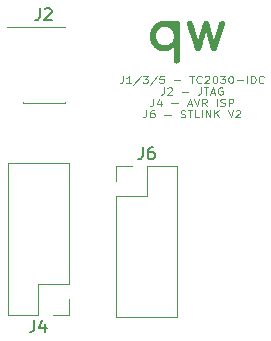
<source format=gbr>
%TF.GenerationSoftware,KiCad,Pcbnew,(6.0.0)*%
%TF.CreationDate,2022-04-27T09:06:16-05:00*%
%TF.ProjectId,adapters,61646170-7465-4727-932e-6b696361645f,rev?*%
%TF.SameCoordinates,Original*%
%TF.FileFunction,Legend,Top*%
%TF.FilePolarity,Positive*%
%FSLAX46Y46*%
G04 Gerber Fmt 4.6, Leading zero omitted, Abs format (unit mm)*
G04 Created by KiCad (PCBNEW (6.0.0)) date 2022-04-27 09:06:16*
%MOMM*%
%LPD*%
G01*
G04 APERTURE LIST*
%ADD10C,0.100000*%
%ADD11C,0.150000*%
%ADD12C,0.010000*%
%ADD13C,0.120000*%
G04 APERTURE END LIST*
D10*
X31710000Y-18082428D02*
X31710000Y-18511000D01*
X31676666Y-18596714D01*
X31610000Y-18653857D01*
X31510000Y-18682428D01*
X31443333Y-18682428D01*
X32410000Y-18682428D02*
X32010000Y-18682428D01*
X32210000Y-18682428D02*
X32210000Y-18082428D01*
X32143333Y-18168142D01*
X32076666Y-18225285D01*
X32010000Y-18253857D01*
X33210000Y-18053857D02*
X32610000Y-18825285D01*
X33376666Y-18082428D02*
X33810000Y-18082428D01*
X33576666Y-18311000D01*
X33676666Y-18311000D01*
X33743333Y-18339571D01*
X33776666Y-18368142D01*
X33810000Y-18425285D01*
X33810000Y-18568142D01*
X33776666Y-18625285D01*
X33743333Y-18653857D01*
X33676666Y-18682428D01*
X33476666Y-18682428D01*
X33410000Y-18653857D01*
X33376666Y-18625285D01*
X34610000Y-18053857D02*
X34010000Y-18825285D01*
X35176666Y-18082428D02*
X34843333Y-18082428D01*
X34810000Y-18368142D01*
X34843333Y-18339571D01*
X34910000Y-18311000D01*
X35076666Y-18311000D01*
X35143333Y-18339571D01*
X35176666Y-18368142D01*
X35210000Y-18425285D01*
X35210000Y-18568142D01*
X35176666Y-18625285D01*
X35143333Y-18653857D01*
X35076666Y-18682428D01*
X34910000Y-18682428D01*
X34843333Y-18653857D01*
X34810000Y-18625285D01*
X36043333Y-18453857D02*
X36576666Y-18453857D01*
X37343333Y-18082428D02*
X37743333Y-18082428D01*
X37543333Y-18682428D02*
X37543333Y-18082428D01*
X38376666Y-18625285D02*
X38343333Y-18653857D01*
X38243333Y-18682428D01*
X38176666Y-18682428D01*
X38076666Y-18653857D01*
X38010000Y-18596714D01*
X37976666Y-18539571D01*
X37943333Y-18425285D01*
X37943333Y-18339571D01*
X37976666Y-18225285D01*
X38010000Y-18168142D01*
X38076666Y-18111000D01*
X38176666Y-18082428D01*
X38243333Y-18082428D01*
X38343333Y-18111000D01*
X38376666Y-18139571D01*
X38643333Y-18139571D02*
X38676666Y-18111000D01*
X38743333Y-18082428D01*
X38910000Y-18082428D01*
X38976666Y-18111000D01*
X39010000Y-18139571D01*
X39043333Y-18196714D01*
X39043333Y-18253857D01*
X39010000Y-18339571D01*
X38610000Y-18682428D01*
X39043333Y-18682428D01*
X39476666Y-18082428D02*
X39543333Y-18082428D01*
X39610000Y-18111000D01*
X39643333Y-18139571D01*
X39676666Y-18196714D01*
X39710000Y-18311000D01*
X39710000Y-18453857D01*
X39676666Y-18568142D01*
X39643333Y-18625285D01*
X39610000Y-18653857D01*
X39543333Y-18682428D01*
X39476666Y-18682428D01*
X39410000Y-18653857D01*
X39376666Y-18625285D01*
X39343333Y-18568142D01*
X39310000Y-18453857D01*
X39310000Y-18311000D01*
X39343333Y-18196714D01*
X39376666Y-18139571D01*
X39410000Y-18111000D01*
X39476666Y-18082428D01*
X39943333Y-18082428D02*
X40376666Y-18082428D01*
X40143333Y-18311000D01*
X40243333Y-18311000D01*
X40310000Y-18339571D01*
X40343333Y-18368142D01*
X40376666Y-18425285D01*
X40376666Y-18568142D01*
X40343333Y-18625285D01*
X40310000Y-18653857D01*
X40243333Y-18682428D01*
X40043333Y-18682428D01*
X39976666Y-18653857D01*
X39943333Y-18625285D01*
X40810000Y-18082428D02*
X40876666Y-18082428D01*
X40943333Y-18111000D01*
X40976666Y-18139571D01*
X41010000Y-18196714D01*
X41043333Y-18311000D01*
X41043333Y-18453857D01*
X41010000Y-18568142D01*
X40976666Y-18625285D01*
X40943333Y-18653857D01*
X40876666Y-18682428D01*
X40810000Y-18682428D01*
X40743333Y-18653857D01*
X40710000Y-18625285D01*
X40676666Y-18568142D01*
X40643333Y-18453857D01*
X40643333Y-18311000D01*
X40676666Y-18196714D01*
X40710000Y-18139571D01*
X40743333Y-18111000D01*
X40810000Y-18082428D01*
X41343333Y-18453857D02*
X41876666Y-18453857D01*
X42210000Y-18682428D02*
X42210000Y-18082428D01*
X42543333Y-18682428D02*
X42543333Y-18082428D01*
X42710000Y-18082428D01*
X42810000Y-18111000D01*
X42876666Y-18168142D01*
X42910000Y-18225285D01*
X42943333Y-18339571D01*
X42943333Y-18425285D01*
X42910000Y-18539571D01*
X42876666Y-18596714D01*
X42810000Y-18653857D01*
X42710000Y-18682428D01*
X42543333Y-18682428D01*
X43643333Y-18625285D02*
X43610000Y-18653857D01*
X43510000Y-18682428D01*
X43443333Y-18682428D01*
X43343333Y-18653857D01*
X43276666Y-18596714D01*
X43243333Y-18539571D01*
X43210000Y-18425285D01*
X43210000Y-18339571D01*
X43243333Y-18225285D01*
X43276666Y-18168142D01*
X43343333Y-18111000D01*
X43443333Y-18082428D01*
X43510000Y-18082428D01*
X43610000Y-18111000D01*
X43643333Y-18139571D01*
X35176666Y-19048428D02*
X35176666Y-19477000D01*
X35143333Y-19562714D01*
X35076666Y-19619857D01*
X34976666Y-19648428D01*
X34910000Y-19648428D01*
X35476666Y-19105571D02*
X35510000Y-19077000D01*
X35576666Y-19048428D01*
X35743333Y-19048428D01*
X35810000Y-19077000D01*
X35843333Y-19105571D01*
X35876666Y-19162714D01*
X35876666Y-19219857D01*
X35843333Y-19305571D01*
X35443333Y-19648428D01*
X35876666Y-19648428D01*
X36710000Y-19419857D02*
X37243333Y-19419857D01*
X38310000Y-19048428D02*
X38310000Y-19477000D01*
X38276666Y-19562714D01*
X38210000Y-19619857D01*
X38110000Y-19648428D01*
X38043333Y-19648428D01*
X38543333Y-19048428D02*
X38943333Y-19048428D01*
X38743333Y-19648428D02*
X38743333Y-19048428D01*
X39143333Y-19477000D02*
X39476666Y-19477000D01*
X39076666Y-19648428D02*
X39310000Y-19048428D01*
X39543333Y-19648428D01*
X40143333Y-19077000D02*
X40076666Y-19048428D01*
X39976666Y-19048428D01*
X39876666Y-19077000D01*
X39810000Y-19134142D01*
X39776666Y-19191285D01*
X39743333Y-19305571D01*
X39743333Y-19391285D01*
X39776666Y-19505571D01*
X39810000Y-19562714D01*
X39876666Y-19619857D01*
X39976666Y-19648428D01*
X40043333Y-19648428D01*
X40143333Y-19619857D01*
X40176666Y-19591285D01*
X40176666Y-19391285D01*
X40043333Y-19391285D01*
X34293333Y-20014428D02*
X34293333Y-20443000D01*
X34260000Y-20528714D01*
X34193333Y-20585857D01*
X34093333Y-20614428D01*
X34026666Y-20614428D01*
X34926666Y-20214428D02*
X34926666Y-20614428D01*
X34760000Y-19985857D02*
X34593333Y-20414428D01*
X35026666Y-20414428D01*
X35826666Y-20385857D02*
X36360000Y-20385857D01*
X37193333Y-20443000D02*
X37526666Y-20443000D01*
X37126666Y-20614428D02*
X37360000Y-20014428D01*
X37593333Y-20614428D01*
X37726666Y-20014428D02*
X37960000Y-20614428D01*
X38193333Y-20014428D01*
X38826666Y-20614428D02*
X38593333Y-20328714D01*
X38426666Y-20614428D02*
X38426666Y-20014428D01*
X38693333Y-20014428D01*
X38760000Y-20043000D01*
X38793333Y-20071571D01*
X38826666Y-20128714D01*
X38826666Y-20214428D01*
X38793333Y-20271571D01*
X38760000Y-20300142D01*
X38693333Y-20328714D01*
X38426666Y-20328714D01*
X39660000Y-20614428D02*
X39660000Y-20014428D01*
X39960000Y-20585857D02*
X40060000Y-20614428D01*
X40226666Y-20614428D01*
X40293333Y-20585857D01*
X40326666Y-20557285D01*
X40360000Y-20500142D01*
X40360000Y-20443000D01*
X40326666Y-20385857D01*
X40293333Y-20357285D01*
X40226666Y-20328714D01*
X40093333Y-20300142D01*
X40026666Y-20271571D01*
X39993333Y-20243000D01*
X39960000Y-20185857D01*
X39960000Y-20128714D01*
X39993333Y-20071571D01*
X40026666Y-20043000D01*
X40093333Y-20014428D01*
X40260000Y-20014428D01*
X40360000Y-20043000D01*
X40660000Y-20614428D02*
X40660000Y-20014428D01*
X40926666Y-20014428D01*
X40993333Y-20043000D01*
X41026666Y-20071571D01*
X41060000Y-20128714D01*
X41060000Y-20214428D01*
X41026666Y-20271571D01*
X40993333Y-20300142D01*
X40926666Y-20328714D01*
X40660000Y-20328714D01*
X33693333Y-20980428D02*
X33693333Y-21409000D01*
X33660000Y-21494714D01*
X33593333Y-21551857D01*
X33493333Y-21580428D01*
X33426666Y-21580428D01*
X34326666Y-20980428D02*
X34193333Y-20980428D01*
X34126666Y-21009000D01*
X34093333Y-21037571D01*
X34026666Y-21123285D01*
X33993333Y-21237571D01*
X33993333Y-21466142D01*
X34026666Y-21523285D01*
X34060000Y-21551857D01*
X34126666Y-21580428D01*
X34260000Y-21580428D01*
X34326666Y-21551857D01*
X34360000Y-21523285D01*
X34393333Y-21466142D01*
X34393333Y-21323285D01*
X34360000Y-21266142D01*
X34326666Y-21237571D01*
X34260000Y-21209000D01*
X34126666Y-21209000D01*
X34060000Y-21237571D01*
X34026666Y-21266142D01*
X33993333Y-21323285D01*
X35226666Y-21351857D02*
X35760000Y-21351857D01*
X36593333Y-21551857D02*
X36693333Y-21580428D01*
X36860000Y-21580428D01*
X36926666Y-21551857D01*
X36960000Y-21523285D01*
X36993333Y-21466142D01*
X36993333Y-21409000D01*
X36960000Y-21351857D01*
X36926666Y-21323285D01*
X36860000Y-21294714D01*
X36726666Y-21266142D01*
X36660000Y-21237571D01*
X36626666Y-21209000D01*
X36593333Y-21151857D01*
X36593333Y-21094714D01*
X36626666Y-21037571D01*
X36660000Y-21009000D01*
X36726666Y-20980428D01*
X36893333Y-20980428D01*
X36993333Y-21009000D01*
X37193333Y-20980428D02*
X37593333Y-20980428D01*
X37393333Y-21580428D02*
X37393333Y-20980428D01*
X38160000Y-21580428D02*
X37826666Y-21580428D01*
X37826666Y-20980428D01*
X38393333Y-21580428D02*
X38393333Y-20980428D01*
X38726666Y-21580428D02*
X38726666Y-20980428D01*
X39126666Y-21580428D01*
X39126666Y-20980428D01*
X39460000Y-21580428D02*
X39460000Y-20980428D01*
X39860000Y-21580428D02*
X39560000Y-21237571D01*
X39860000Y-20980428D02*
X39460000Y-21323285D01*
X40593333Y-20980428D02*
X40826666Y-21580428D01*
X41060000Y-20980428D01*
X41260000Y-21037571D02*
X41293333Y-21009000D01*
X41360000Y-20980428D01*
X41526666Y-20980428D01*
X41593333Y-21009000D01*
X41626666Y-21037571D01*
X41660000Y-21094714D01*
X41660000Y-21151857D01*
X41626666Y-21237571D01*
X41226666Y-21580428D01*
X41660000Y-21580428D01*
D11*
%TO.C,J2*%
X24670416Y-12349880D02*
X24670416Y-13064166D01*
X24622797Y-13207023D01*
X24527559Y-13302261D01*
X24384702Y-13349880D01*
X24289464Y-13349880D01*
X25098988Y-12445119D02*
X25146607Y-12397500D01*
X25241845Y-12349880D01*
X25479940Y-12349880D01*
X25575178Y-12397500D01*
X25622797Y-12445119D01*
X25670416Y-12540357D01*
X25670416Y-12635595D01*
X25622797Y-12778452D01*
X25051369Y-13349880D01*
X25670416Y-13349880D01*
%TO.C,J4*%
X24222155Y-38751619D02*
X24222155Y-39465905D01*
X24174536Y-39608762D01*
X24079298Y-39704000D01*
X23936441Y-39751619D01*
X23841203Y-39751619D01*
X25126917Y-39084953D02*
X25126917Y-39751619D01*
X24888822Y-38704000D02*
X24650727Y-39418286D01*
X25269774Y-39418286D01*
%TO.C,J6*%
X33396666Y-24122380D02*
X33396666Y-24836666D01*
X33349047Y-24979523D01*
X33253809Y-25074761D01*
X33110952Y-25122380D01*
X33015714Y-25122380D01*
X34301428Y-24122380D02*
X34110952Y-24122380D01*
X34015714Y-24170000D01*
X33968095Y-24217619D01*
X33872857Y-24360476D01*
X33825238Y-24550952D01*
X33825238Y-24931904D01*
X33872857Y-25027142D01*
X33920476Y-25074761D01*
X34015714Y-25122380D01*
X34206190Y-25122380D01*
X34301428Y-25074761D01*
X34349047Y-25027142D01*
X34396666Y-24931904D01*
X34396666Y-24693809D01*
X34349047Y-24598571D01*
X34301428Y-24550952D01*
X34206190Y-24503333D01*
X34015714Y-24503333D01*
X33920476Y-24550952D01*
X33872857Y-24598571D01*
X33825238Y-24693809D01*
D12*
%TO.C,Ref\u002A\u002A*%
X36047502Y-13417226D02*
X36080773Y-13417275D01*
X36080773Y-13417275D02*
X36110642Y-13417365D01*
X36110642Y-13417365D02*
X36137320Y-13417502D01*
X36137320Y-13417502D02*
X36161015Y-13417690D01*
X36161015Y-13417690D02*
X36181938Y-13417934D01*
X36181938Y-13417934D02*
X36200298Y-13418239D01*
X36200298Y-13418239D02*
X36216305Y-13418610D01*
X36216305Y-13418610D02*
X36230170Y-13419052D01*
X36230170Y-13419052D02*
X36242100Y-13419571D01*
X36242100Y-13419571D02*
X36252308Y-13420170D01*
X36252308Y-13420170D02*
X36261001Y-13420856D01*
X36261001Y-13420856D02*
X36268391Y-13421634D01*
X36268391Y-13421634D02*
X36274686Y-13422507D01*
X36274686Y-13422507D02*
X36280097Y-13423482D01*
X36280097Y-13423482D02*
X36284833Y-13424563D01*
X36284833Y-13424563D02*
X36289104Y-13425755D01*
X36289104Y-13425755D02*
X36293121Y-13427064D01*
X36293121Y-13427064D02*
X36297091Y-13428494D01*
X36297091Y-13428494D02*
X36301227Y-13430050D01*
X36301227Y-13430050D02*
X36305736Y-13431738D01*
X36305736Y-13431738D02*
X36306625Y-13432064D01*
X36306625Y-13432064D02*
X36333355Y-13444270D01*
X36333355Y-13444270D02*
X36359114Y-13460716D01*
X36359114Y-13460716D02*
X36383312Y-13480722D01*
X36383312Y-13480722D02*
X36405357Y-13503609D01*
X36405357Y-13503609D02*
X36424659Y-13528698D01*
X36424659Y-13528698D02*
X36440628Y-13555308D01*
X36440628Y-13555308D02*
X36452674Y-13582762D01*
X36452674Y-13582762D02*
X36459794Y-13608240D01*
X36459794Y-13608240D02*
X36460045Y-13610026D01*
X36460045Y-13610026D02*
X36460285Y-13612876D01*
X36460285Y-13612876D02*
X36460515Y-13616905D01*
X36460515Y-13616905D02*
X36460734Y-13622225D01*
X36460734Y-13622225D02*
X36460944Y-13628952D01*
X36460944Y-13628952D02*
X36461143Y-13637198D01*
X36461143Y-13637198D02*
X36461333Y-13647077D01*
X36461333Y-13647077D02*
X36461515Y-13658703D01*
X36461515Y-13658703D02*
X36461687Y-13672190D01*
X36461687Y-13672190D02*
X36461851Y-13687651D01*
X36461851Y-13687651D02*
X36462007Y-13705201D01*
X36462007Y-13705201D02*
X36462155Y-13724953D01*
X36462155Y-13724953D02*
X36462295Y-13747020D01*
X36462295Y-13747020D02*
X36462429Y-13771517D01*
X36462429Y-13771517D02*
X36462555Y-13798557D01*
X36462555Y-13798557D02*
X36462675Y-13828254D01*
X36462675Y-13828254D02*
X36462789Y-13860722D01*
X36462789Y-13860722D02*
X36462897Y-13896074D01*
X36462897Y-13896074D02*
X36462999Y-13934425D01*
X36462999Y-13934425D02*
X36463096Y-13975887D01*
X36463096Y-13975887D02*
X36463188Y-14020575D01*
X36463188Y-14020575D02*
X36463276Y-14068603D01*
X36463276Y-14068603D02*
X36463359Y-14120084D01*
X36463359Y-14120084D02*
X36463438Y-14175131D01*
X36463438Y-14175131D02*
X36463514Y-14233860D01*
X36463514Y-14233860D02*
X36463586Y-14296383D01*
X36463586Y-14296383D02*
X36463655Y-14362814D01*
X36463655Y-14362814D02*
X36463722Y-14433267D01*
X36463722Y-14433267D02*
X36463786Y-14507855D01*
X36463786Y-14507855D02*
X36463848Y-14586693D01*
X36463848Y-14586693D02*
X36463908Y-14669895D01*
X36463908Y-14669895D02*
X36463967Y-14757573D01*
X36463967Y-14757573D02*
X36464025Y-14849841D01*
X36464025Y-14849841D02*
X36464081Y-14946815D01*
X36464081Y-14946815D02*
X36464138Y-15048606D01*
X36464138Y-15048606D02*
X36464194Y-15155329D01*
X36464194Y-15155329D02*
X36464211Y-15188555D01*
X36464211Y-15188555D02*
X36465005Y-16750655D01*
X36465005Y-16750655D02*
X36459339Y-16770975D01*
X36459339Y-16770975D02*
X36448167Y-16802246D01*
X36448167Y-16802246D02*
X36432886Y-16831344D01*
X36432886Y-16831344D02*
X36413912Y-16857806D01*
X36413912Y-16857806D02*
X36391660Y-16881164D01*
X36391660Y-16881164D02*
X36366543Y-16900954D01*
X36366543Y-16900954D02*
X36338978Y-16916711D01*
X36338978Y-16916711D02*
X36323535Y-16923261D01*
X36323535Y-16923261D02*
X36299259Y-16930415D01*
X36299259Y-16930415D02*
X36272069Y-16935040D01*
X36272069Y-16935040D02*
X36243536Y-16936993D01*
X36243536Y-16936993D02*
X36215232Y-16936129D01*
X36215232Y-16936129D02*
X36201239Y-16934534D01*
X36201239Y-16934534D02*
X36167064Y-16927154D01*
X36167064Y-16927154D02*
X36135461Y-16915477D01*
X36135461Y-16915477D02*
X36106664Y-16899719D01*
X36106664Y-16899719D02*
X36080905Y-16880091D01*
X36080905Y-16880091D02*
X36058419Y-16856809D01*
X36058419Y-16856809D02*
X36039439Y-16830086D01*
X36039439Y-16830086D02*
X36024200Y-16800136D01*
X36024200Y-16800136D02*
X36012936Y-16767173D01*
X36012936Y-16767173D02*
X36011319Y-16760815D01*
X36011319Y-16760815D02*
X36010970Y-16758174D01*
X36010970Y-16758174D02*
X36010640Y-16753129D01*
X36010640Y-16753129D02*
X36010327Y-16745536D01*
X36010327Y-16745536D02*
X36010032Y-16735249D01*
X36010032Y-16735249D02*
X36009752Y-16722124D01*
X36009752Y-16722124D02*
X36009487Y-16706016D01*
X36009487Y-16706016D02*
X36009236Y-16686780D01*
X36009236Y-16686780D02*
X36008998Y-16664271D01*
X36008998Y-16664271D02*
X36008771Y-16638344D01*
X36008771Y-16638344D02*
X36008555Y-16608855D01*
X36008555Y-16608855D02*
X36008349Y-16575658D01*
X36008349Y-16575658D02*
X36008152Y-16538609D01*
X36008152Y-16538609D02*
X36007962Y-16497562D01*
X36007962Y-16497562D02*
X36007779Y-16452374D01*
X36007779Y-16452374D02*
X36007601Y-16402899D01*
X36007601Y-16402899D02*
X36007429Y-16348992D01*
X36007429Y-16348992D02*
X36007259Y-16290509D01*
X36007259Y-16290509D02*
X36007093Y-16227305D01*
X36007093Y-16227305D02*
X36006927Y-16159234D01*
X36006927Y-16159234D02*
X36006849Y-16125075D01*
X36006849Y-16125075D02*
X36005444Y-15502036D01*
X36005444Y-15502036D02*
X35993159Y-15516745D01*
X35993159Y-15516745D02*
X35978623Y-15533508D01*
X35978623Y-15533508D02*
X35961414Y-15552313D01*
X35961414Y-15552313D02*
X35942731Y-15571913D01*
X35942731Y-15571913D02*
X35923773Y-15591061D01*
X35923773Y-15591061D02*
X35905739Y-15608511D01*
X35905739Y-15608511D02*
X35897681Y-15615993D01*
X35897681Y-15615993D02*
X35839667Y-15665689D01*
X35839667Y-15665689D02*
X35779550Y-15710764D01*
X35779550Y-15710764D02*
X35717378Y-15751202D01*
X35717378Y-15751202D02*
X35653200Y-15786984D01*
X35653200Y-15786984D02*
X35587062Y-15818094D01*
X35587062Y-15818094D02*
X35519011Y-15844513D01*
X35519011Y-15844513D02*
X35449097Y-15866224D01*
X35449097Y-15866224D02*
X35377365Y-15883210D01*
X35377365Y-15883210D02*
X35303864Y-15895452D01*
X35303864Y-15895452D02*
X35228641Y-15902934D01*
X35228641Y-15902934D02*
X35151744Y-15905638D01*
X35151744Y-15905638D02*
X35113904Y-15905224D01*
X35113904Y-15905224D02*
X35044321Y-15901764D01*
X35044321Y-15901764D02*
X34977935Y-15894955D01*
X34977935Y-15894955D02*
X34913999Y-15884652D01*
X34913999Y-15884652D02*
X34851766Y-15870710D01*
X34851766Y-15870710D02*
X34790490Y-15852985D01*
X34790490Y-15852985D02*
X34729425Y-15831330D01*
X34729425Y-15831330D02*
X34724763Y-15829516D01*
X34724763Y-15829516D02*
X34660771Y-15801785D01*
X34660771Y-15801785D02*
X34598195Y-15769329D01*
X34598195Y-15769329D02*
X34537305Y-15732370D01*
X34537305Y-15732370D02*
X34478372Y-15691133D01*
X34478372Y-15691133D02*
X34421669Y-15645842D01*
X34421669Y-15645842D02*
X34367467Y-15596719D01*
X34367467Y-15596719D02*
X34316036Y-15543989D01*
X34316036Y-15543989D02*
X34267648Y-15487875D01*
X34267648Y-15487875D02*
X34222575Y-15428602D01*
X34222575Y-15428602D02*
X34201535Y-15398105D01*
X34201535Y-15398105D02*
X34164004Y-15338176D01*
X34164004Y-15338176D02*
X34130436Y-15276705D01*
X34130436Y-15276705D02*
X34100719Y-15213360D01*
X34100719Y-15213360D02*
X34074738Y-15147810D01*
X34074738Y-15147810D02*
X34052377Y-15079724D01*
X34052377Y-15079724D02*
X34033522Y-15008770D01*
X34033522Y-15008770D02*
X34018060Y-14934617D01*
X34018060Y-14934617D02*
X34005874Y-14856933D01*
X34005874Y-14856933D02*
X34001232Y-14818985D01*
X34001232Y-14818985D02*
X33999794Y-14802985D01*
X33999794Y-14802985D02*
X33998534Y-14782808D01*
X33998534Y-14782808D02*
X33997466Y-14759354D01*
X33997466Y-14759354D02*
X33996602Y-14733523D01*
X33996602Y-14733523D02*
X33995956Y-14706214D01*
X33995956Y-14706214D02*
X33995542Y-14678328D01*
X33995542Y-14678328D02*
X33995447Y-14662775D01*
X33995447Y-14662775D02*
X34436406Y-14662775D01*
X34436406Y-14662775D02*
X34438526Y-14732628D01*
X34438526Y-14732628D02*
X34444964Y-14799842D01*
X34444964Y-14799842D02*
X34455747Y-14864494D01*
X34455747Y-14864494D02*
X34470904Y-14926665D01*
X34470904Y-14926665D02*
X34490462Y-14986434D01*
X34490462Y-14986434D02*
X34514448Y-15043881D01*
X34514448Y-15043881D02*
X34542890Y-15099084D01*
X34542890Y-15099084D02*
X34575815Y-15152124D01*
X34575815Y-15152124D02*
X34613252Y-15203080D01*
X34613252Y-15203080D02*
X34631606Y-15225385D01*
X34631606Y-15225385D02*
X34669351Y-15266861D01*
X34669351Y-15266861D02*
X34709613Y-15305726D01*
X34709613Y-15305726D02*
X34751596Y-15341283D01*
X34751596Y-15341283D02*
X34794504Y-15372838D01*
X34794504Y-15372838D02*
X34817679Y-15387907D01*
X34817679Y-15387907D02*
X34862270Y-15413053D01*
X34862270Y-15413053D02*
X34910378Y-15435575D01*
X34910378Y-15435575D02*
X34960983Y-15455128D01*
X34960983Y-15455128D02*
X35013062Y-15471370D01*
X35013062Y-15471370D02*
X35065595Y-15483955D01*
X35065595Y-15483955D02*
X35117559Y-15492542D01*
X35117559Y-15492542D02*
X35134224Y-15494421D01*
X35134224Y-15494421D02*
X35146436Y-15495657D01*
X35146436Y-15495657D02*
X35157498Y-15496821D01*
X35157498Y-15496821D02*
X35165985Y-15497759D01*
X35165985Y-15497759D02*
X35169784Y-15498222D01*
X35169784Y-15498222D02*
X35177330Y-15498779D01*
X35177330Y-15498779D02*
X35189088Y-15499073D01*
X35189088Y-15499073D02*
X35204194Y-15499128D01*
X35204194Y-15499128D02*
X35221788Y-15498966D01*
X35221788Y-15498966D02*
X35241008Y-15498612D01*
X35241008Y-15498612D02*
X35260993Y-15498087D01*
X35260993Y-15498087D02*
X35280881Y-15497416D01*
X35280881Y-15497416D02*
X35299811Y-15496621D01*
X35299811Y-15496621D02*
X35316921Y-15495726D01*
X35316921Y-15495726D02*
X35331350Y-15494754D01*
X35331350Y-15494754D02*
X35342237Y-15493728D01*
X35342237Y-15493728D02*
X35343774Y-15493537D01*
X35343774Y-15493537D02*
X35406406Y-15482957D01*
X35406406Y-15482957D02*
X35466534Y-15467965D01*
X35466534Y-15467965D02*
X35524214Y-15448532D01*
X35524214Y-15448532D02*
X35579503Y-15424634D01*
X35579503Y-15424634D02*
X35632457Y-15396245D01*
X35632457Y-15396245D02*
X35683132Y-15363339D01*
X35683132Y-15363339D02*
X35731584Y-15325889D01*
X35731584Y-15325889D02*
X35758208Y-15302519D01*
X35758208Y-15302519D02*
X35803292Y-15257734D01*
X35803292Y-15257734D02*
X35844451Y-15209776D01*
X35844451Y-15209776D02*
X35881599Y-15158799D01*
X35881599Y-15158799D02*
X35914652Y-15104954D01*
X35914652Y-15104954D02*
X35943526Y-15048393D01*
X35943526Y-15048393D02*
X35968134Y-14989270D01*
X35968134Y-14989270D02*
X35988393Y-14927738D01*
X35988393Y-14927738D02*
X36004217Y-14863948D01*
X36004217Y-14863948D02*
X36005369Y-14858355D01*
X36005369Y-14858355D02*
X36011148Y-14827892D01*
X36011148Y-14827892D02*
X36015643Y-14799363D01*
X36015643Y-14799363D02*
X36019016Y-14771271D01*
X36019016Y-14771271D02*
X36021426Y-14742122D01*
X36021426Y-14742122D02*
X36023033Y-14710423D01*
X36023033Y-14710423D02*
X36023744Y-14686905D01*
X36023744Y-14686905D02*
X36023319Y-14617551D01*
X36023319Y-14617551D02*
X36018657Y-14550850D01*
X36018657Y-14550850D02*
X36009698Y-14486565D01*
X36009698Y-14486565D02*
X35996384Y-14424458D01*
X35996384Y-14424458D02*
X35978654Y-14364290D01*
X35978654Y-14364290D02*
X35956448Y-14305824D01*
X35956448Y-14305824D02*
X35929707Y-14248822D01*
X35929707Y-14248822D02*
X35900809Y-14197070D01*
X35900809Y-14197070D02*
X35865938Y-14143959D01*
X35865938Y-14143959D02*
X35827422Y-14094298D01*
X35827422Y-14094298D02*
X35785408Y-14048220D01*
X35785408Y-14048220D02*
X35740043Y-14005857D01*
X35740043Y-14005857D02*
X35691473Y-13967343D01*
X35691473Y-13967343D02*
X35639845Y-13932810D01*
X35639845Y-13932810D02*
X35585305Y-13902391D01*
X35585305Y-13902391D02*
X35563675Y-13891858D01*
X35563675Y-13891858D02*
X35513133Y-13870359D01*
X35513133Y-13870359D02*
X35461967Y-13852994D01*
X35461967Y-13852994D02*
X35409573Y-13839637D01*
X35409573Y-13839637D02*
X35355350Y-13830160D01*
X35355350Y-13830160D02*
X35298694Y-13824437D01*
X35298694Y-13824437D02*
X35239004Y-13822341D01*
X35239004Y-13822341D02*
X35233284Y-13822326D01*
X35233284Y-13822326D02*
X35174939Y-13823967D01*
X35174939Y-13823967D02*
X35119759Y-13829000D01*
X35119759Y-13829000D02*
X35066981Y-13837591D01*
X35066981Y-13837591D02*
X35015845Y-13849908D01*
X35015845Y-13849908D02*
X34965589Y-13866116D01*
X34965589Y-13866116D02*
X34915454Y-13886383D01*
X34915454Y-13886383D02*
X34892924Y-13896778D01*
X34892924Y-13896778D02*
X34837407Y-13926126D01*
X34837407Y-13926126D02*
X34784641Y-13959655D01*
X34784641Y-13959655D02*
X34734826Y-13997151D01*
X34734826Y-13997151D02*
X34688163Y-14038401D01*
X34688163Y-14038401D02*
X34644853Y-14083191D01*
X34644853Y-14083191D02*
X34605096Y-14131308D01*
X34605096Y-14131308D02*
X34569094Y-14182539D01*
X34569094Y-14182539D02*
X34537047Y-14236671D01*
X34537047Y-14236671D02*
X34509155Y-14293489D01*
X34509155Y-14293489D02*
X34500501Y-14313755D01*
X34500501Y-14313755D02*
X34480536Y-14367412D01*
X34480536Y-14367412D02*
X34464421Y-14422082D01*
X34464421Y-14422082D02*
X34452055Y-14478326D01*
X34452055Y-14478326D02*
X34443332Y-14536709D01*
X34443332Y-14536709D02*
X34438151Y-14597793D01*
X34438151Y-14597793D02*
X34436407Y-14662142D01*
X34436407Y-14662142D02*
X34436406Y-14662775D01*
X34436406Y-14662775D02*
X33995447Y-14662775D01*
X33995447Y-14662775D02*
X33995373Y-14650765D01*
X33995373Y-14650765D02*
X33995462Y-14624424D01*
X33995462Y-14624424D02*
X33995823Y-14600206D01*
X33995823Y-14600206D02*
X33996469Y-14579011D01*
X33996469Y-14579011D02*
X33997405Y-14561858D01*
X33997405Y-14561858D02*
X34005610Y-14480156D01*
X34005610Y-14480156D02*
X34018155Y-14401056D01*
X34018155Y-14401056D02*
X34035080Y-14324460D01*
X34035080Y-14324460D02*
X34056423Y-14250269D01*
X34056423Y-14250269D02*
X34082222Y-14178386D01*
X34082222Y-14178386D02*
X34112515Y-14108711D01*
X34112515Y-14108711D02*
X34147342Y-14041147D01*
X34147342Y-14041147D02*
X34186739Y-13975595D01*
X34186739Y-13975595D02*
X34230746Y-13911957D01*
X34230746Y-13911957D02*
X34271116Y-13860135D01*
X34271116Y-13860135D02*
X34320099Y-13804214D01*
X34320099Y-13804214D02*
X34372752Y-13751277D01*
X34372752Y-13751277D02*
X34428709Y-13701571D01*
X34428709Y-13701571D02*
X34487605Y-13655346D01*
X34487605Y-13655346D02*
X34549073Y-13612850D01*
X34549073Y-13612850D02*
X34612747Y-13574332D01*
X34612747Y-13574332D02*
X34678261Y-13540042D01*
X34678261Y-13540042D02*
X34745249Y-13510227D01*
X34745249Y-13510227D02*
X34813345Y-13485137D01*
X34813345Y-13485137D02*
X34831338Y-13479371D01*
X34831338Y-13479371D02*
X34862749Y-13469974D01*
X34862749Y-13469974D02*
X34893080Y-13461685D01*
X34893080Y-13461685D02*
X34923197Y-13454335D01*
X34923197Y-13454335D02*
X34953971Y-13447749D01*
X34953971Y-13447749D02*
X34986271Y-13441757D01*
X34986271Y-13441757D02*
X35020964Y-13436186D01*
X35020964Y-13436186D02*
X35058921Y-13430863D01*
X35058921Y-13430863D02*
X35101009Y-13425618D01*
X35101009Y-13425618D02*
X35105014Y-13425145D01*
X35105014Y-13425145D02*
X35162164Y-13418432D01*
X35162164Y-13418432D02*
X35701732Y-13417611D01*
X35701732Y-13417611D02*
X35764689Y-13417513D01*
X35764689Y-13417513D02*
X35822776Y-13417421D01*
X35822776Y-13417421D02*
X35876203Y-13417340D01*
X35876203Y-13417340D02*
X35925179Y-13417274D01*
X35925179Y-13417274D02*
X35969915Y-13417231D01*
X35969915Y-13417231D02*
X36010619Y-13417213D01*
X36010619Y-13417213D02*
X36047502Y-13417226D01*
X36047502Y-13417226D02*
X36047502Y-13417226D01*
G36*
X33995462Y-14624424D02*
G01*
X33995823Y-14600206D01*
X33996469Y-14579011D01*
X33997405Y-14561858D01*
X34005610Y-14480156D01*
X34018155Y-14401056D01*
X34035080Y-14324460D01*
X34056423Y-14250269D01*
X34082222Y-14178386D01*
X34112515Y-14108711D01*
X34147342Y-14041147D01*
X34186739Y-13975595D01*
X34230746Y-13911957D01*
X34271116Y-13860135D01*
X34320099Y-13804214D01*
X34372752Y-13751277D01*
X34428709Y-13701571D01*
X34487605Y-13655346D01*
X34549073Y-13612850D01*
X34612747Y-13574332D01*
X34678261Y-13540042D01*
X34745249Y-13510227D01*
X34813345Y-13485137D01*
X34831338Y-13479371D01*
X34862749Y-13469974D01*
X34893080Y-13461685D01*
X34923197Y-13454335D01*
X34953971Y-13447749D01*
X34986271Y-13441757D01*
X35020964Y-13436186D01*
X35058921Y-13430863D01*
X35101009Y-13425618D01*
X35105014Y-13425145D01*
X35162164Y-13418432D01*
X35701732Y-13417611D01*
X35764689Y-13417513D01*
X35822776Y-13417421D01*
X35876203Y-13417340D01*
X35925179Y-13417274D01*
X35969915Y-13417231D01*
X36010619Y-13417213D01*
X36047502Y-13417226D01*
X36080773Y-13417275D01*
X36110642Y-13417365D01*
X36137320Y-13417502D01*
X36161015Y-13417690D01*
X36181938Y-13417934D01*
X36200298Y-13418239D01*
X36216305Y-13418610D01*
X36230170Y-13419052D01*
X36242100Y-13419571D01*
X36252308Y-13420170D01*
X36261001Y-13420856D01*
X36268391Y-13421634D01*
X36274686Y-13422507D01*
X36280097Y-13423482D01*
X36284833Y-13424563D01*
X36289104Y-13425755D01*
X36293121Y-13427064D01*
X36297091Y-13428494D01*
X36301227Y-13430050D01*
X36305736Y-13431738D01*
X36306625Y-13432064D01*
X36333355Y-13444270D01*
X36359114Y-13460716D01*
X36383312Y-13480722D01*
X36405357Y-13503609D01*
X36424659Y-13528698D01*
X36440628Y-13555308D01*
X36452674Y-13582762D01*
X36459794Y-13608240D01*
X36460045Y-13610026D01*
X36460285Y-13612876D01*
X36460515Y-13616905D01*
X36460734Y-13622225D01*
X36460944Y-13628952D01*
X36461143Y-13637198D01*
X36461333Y-13647077D01*
X36461515Y-13658703D01*
X36461687Y-13672190D01*
X36461851Y-13687651D01*
X36462007Y-13705201D01*
X36462155Y-13724953D01*
X36462295Y-13747020D01*
X36462429Y-13771517D01*
X36462555Y-13798557D01*
X36462675Y-13828254D01*
X36462789Y-13860722D01*
X36462897Y-13896074D01*
X36462999Y-13934425D01*
X36463096Y-13975887D01*
X36463188Y-14020575D01*
X36463276Y-14068603D01*
X36463359Y-14120084D01*
X36463438Y-14175131D01*
X36463514Y-14233860D01*
X36463586Y-14296383D01*
X36463655Y-14362814D01*
X36463722Y-14433267D01*
X36463786Y-14507855D01*
X36463848Y-14586693D01*
X36463908Y-14669895D01*
X36463967Y-14757573D01*
X36464025Y-14849841D01*
X36464081Y-14946815D01*
X36464138Y-15048606D01*
X36464194Y-15155329D01*
X36464211Y-15188555D01*
X36465005Y-16750655D01*
X36459339Y-16770975D01*
X36448167Y-16802246D01*
X36432886Y-16831344D01*
X36413912Y-16857806D01*
X36391660Y-16881164D01*
X36366543Y-16900954D01*
X36338978Y-16916711D01*
X36323535Y-16923261D01*
X36299259Y-16930415D01*
X36272069Y-16935040D01*
X36243536Y-16936993D01*
X36215232Y-16936129D01*
X36201239Y-16934534D01*
X36167064Y-16927154D01*
X36135461Y-16915477D01*
X36106664Y-16899719D01*
X36080905Y-16880091D01*
X36058419Y-16856809D01*
X36039439Y-16830086D01*
X36024200Y-16800136D01*
X36012936Y-16767173D01*
X36011319Y-16760815D01*
X36010970Y-16758174D01*
X36010640Y-16753129D01*
X36010327Y-16745536D01*
X36010032Y-16735249D01*
X36009752Y-16722124D01*
X36009487Y-16706016D01*
X36009236Y-16686780D01*
X36008998Y-16664271D01*
X36008771Y-16638344D01*
X36008555Y-16608855D01*
X36008349Y-16575658D01*
X36008152Y-16538609D01*
X36007962Y-16497562D01*
X36007779Y-16452374D01*
X36007601Y-16402899D01*
X36007429Y-16348992D01*
X36007259Y-16290509D01*
X36007093Y-16227305D01*
X36006927Y-16159234D01*
X36006849Y-16125075D01*
X36005444Y-15502036D01*
X35993159Y-15516745D01*
X35978623Y-15533508D01*
X35961414Y-15552313D01*
X35942731Y-15571913D01*
X35923773Y-15591061D01*
X35905739Y-15608511D01*
X35897681Y-15615993D01*
X35839667Y-15665689D01*
X35779550Y-15710764D01*
X35717378Y-15751202D01*
X35653200Y-15786984D01*
X35587062Y-15818094D01*
X35519011Y-15844513D01*
X35449097Y-15866224D01*
X35377365Y-15883210D01*
X35303864Y-15895452D01*
X35228641Y-15902934D01*
X35151744Y-15905638D01*
X35113904Y-15905224D01*
X35044321Y-15901764D01*
X34977935Y-15894955D01*
X34913999Y-15884652D01*
X34851766Y-15870710D01*
X34790490Y-15852985D01*
X34729425Y-15831330D01*
X34724763Y-15829516D01*
X34660771Y-15801785D01*
X34598195Y-15769329D01*
X34537305Y-15732370D01*
X34478372Y-15691133D01*
X34421669Y-15645842D01*
X34367467Y-15596719D01*
X34316036Y-15543989D01*
X34267648Y-15487875D01*
X34222575Y-15428602D01*
X34201535Y-15398105D01*
X34164004Y-15338176D01*
X34130436Y-15276705D01*
X34100719Y-15213360D01*
X34074738Y-15147810D01*
X34052377Y-15079724D01*
X34033522Y-15008770D01*
X34018060Y-14934617D01*
X34005874Y-14856933D01*
X34001232Y-14818985D01*
X33999794Y-14802985D01*
X33998534Y-14782808D01*
X33997466Y-14759354D01*
X33996602Y-14733523D01*
X33995956Y-14706214D01*
X33995542Y-14678328D01*
X33995447Y-14662775D01*
X34436406Y-14662775D01*
X34438526Y-14732628D01*
X34444964Y-14799842D01*
X34455747Y-14864494D01*
X34470904Y-14926665D01*
X34490462Y-14986434D01*
X34514448Y-15043881D01*
X34542890Y-15099084D01*
X34575815Y-15152124D01*
X34613252Y-15203080D01*
X34631606Y-15225385D01*
X34669351Y-15266861D01*
X34709613Y-15305726D01*
X34751596Y-15341283D01*
X34794504Y-15372838D01*
X34817679Y-15387907D01*
X34862270Y-15413053D01*
X34910378Y-15435575D01*
X34960983Y-15455128D01*
X35013062Y-15471370D01*
X35065595Y-15483955D01*
X35117559Y-15492542D01*
X35134224Y-15494421D01*
X35146436Y-15495657D01*
X35157498Y-15496821D01*
X35165985Y-15497759D01*
X35169784Y-15498222D01*
X35177330Y-15498779D01*
X35189088Y-15499073D01*
X35204194Y-15499128D01*
X35221788Y-15498966D01*
X35241008Y-15498612D01*
X35260993Y-15498087D01*
X35280881Y-15497416D01*
X35299811Y-15496621D01*
X35316921Y-15495726D01*
X35331350Y-15494754D01*
X35342237Y-15493728D01*
X35343774Y-15493537D01*
X35406406Y-15482957D01*
X35466534Y-15467965D01*
X35524214Y-15448532D01*
X35579503Y-15424634D01*
X35632457Y-15396245D01*
X35683132Y-15363339D01*
X35731584Y-15325889D01*
X35758208Y-15302519D01*
X35803292Y-15257734D01*
X35844451Y-15209776D01*
X35881599Y-15158799D01*
X35914652Y-15104954D01*
X35943526Y-15048393D01*
X35968134Y-14989270D01*
X35988393Y-14927738D01*
X36004217Y-14863948D01*
X36005369Y-14858355D01*
X36011148Y-14827892D01*
X36015643Y-14799363D01*
X36019016Y-14771271D01*
X36021426Y-14742122D01*
X36023033Y-14710423D01*
X36023744Y-14686905D01*
X36023319Y-14617551D01*
X36018657Y-14550850D01*
X36009698Y-14486565D01*
X35996384Y-14424458D01*
X35978654Y-14364290D01*
X35956448Y-14305824D01*
X35929707Y-14248822D01*
X35900809Y-14197070D01*
X35865938Y-14143959D01*
X35827422Y-14094298D01*
X35785408Y-14048220D01*
X35740043Y-14005857D01*
X35691473Y-13967343D01*
X35639845Y-13932810D01*
X35585305Y-13902391D01*
X35563675Y-13891858D01*
X35513133Y-13870359D01*
X35461967Y-13852994D01*
X35409573Y-13839637D01*
X35355350Y-13830160D01*
X35298694Y-13824437D01*
X35239004Y-13822341D01*
X35233284Y-13822326D01*
X35174939Y-13823967D01*
X35119759Y-13829000D01*
X35066981Y-13837591D01*
X35015845Y-13849908D01*
X34965589Y-13866116D01*
X34915454Y-13886383D01*
X34892924Y-13896778D01*
X34837407Y-13926126D01*
X34784641Y-13959655D01*
X34734826Y-13997151D01*
X34688163Y-14038401D01*
X34644853Y-14083191D01*
X34605096Y-14131308D01*
X34569094Y-14182539D01*
X34537047Y-14236671D01*
X34509155Y-14293489D01*
X34500501Y-14313755D01*
X34480536Y-14367412D01*
X34464421Y-14422082D01*
X34452055Y-14478326D01*
X34443332Y-14536709D01*
X34438151Y-14597793D01*
X34436407Y-14662142D01*
X34436406Y-14662775D01*
X33995447Y-14662775D01*
X33995373Y-14650765D01*
X33995462Y-14624424D01*
G37*
X33995462Y-14624424D02*
X33995823Y-14600206D01*
X33996469Y-14579011D01*
X33997405Y-14561858D01*
X34005610Y-14480156D01*
X34018155Y-14401056D01*
X34035080Y-14324460D01*
X34056423Y-14250269D01*
X34082222Y-14178386D01*
X34112515Y-14108711D01*
X34147342Y-14041147D01*
X34186739Y-13975595D01*
X34230746Y-13911957D01*
X34271116Y-13860135D01*
X34320099Y-13804214D01*
X34372752Y-13751277D01*
X34428709Y-13701571D01*
X34487605Y-13655346D01*
X34549073Y-13612850D01*
X34612747Y-13574332D01*
X34678261Y-13540042D01*
X34745249Y-13510227D01*
X34813345Y-13485137D01*
X34831338Y-13479371D01*
X34862749Y-13469974D01*
X34893080Y-13461685D01*
X34923197Y-13454335D01*
X34953971Y-13447749D01*
X34986271Y-13441757D01*
X35020964Y-13436186D01*
X35058921Y-13430863D01*
X35101009Y-13425618D01*
X35105014Y-13425145D01*
X35162164Y-13418432D01*
X35701732Y-13417611D01*
X35764689Y-13417513D01*
X35822776Y-13417421D01*
X35876203Y-13417340D01*
X35925179Y-13417274D01*
X35969915Y-13417231D01*
X36010619Y-13417213D01*
X36047502Y-13417226D01*
X36080773Y-13417275D01*
X36110642Y-13417365D01*
X36137320Y-13417502D01*
X36161015Y-13417690D01*
X36181938Y-13417934D01*
X36200298Y-13418239D01*
X36216305Y-13418610D01*
X36230170Y-13419052D01*
X36242100Y-13419571D01*
X36252308Y-13420170D01*
X36261001Y-13420856D01*
X36268391Y-13421634D01*
X36274686Y-13422507D01*
X36280097Y-13423482D01*
X36284833Y-13424563D01*
X36289104Y-13425755D01*
X36293121Y-13427064D01*
X36297091Y-13428494D01*
X36301227Y-13430050D01*
X36305736Y-13431738D01*
X36306625Y-13432064D01*
X36333355Y-13444270D01*
X36359114Y-13460716D01*
X36383312Y-13480722D01*
X36405357Y-13503609D01*
X36424659Y-13528698D01*
X36440628Y-13555308D01*
X36452674Y-13582762D01*
X36459794Y-13608240D01*
X36460045Y-13610026D01*
X36460285Y-13612876D01*
X36460515Y-13616905D01*
X36460734Y-13622225D01*
X36460944Y-13628952D01*
X36461143Y-13637198D01*
X36461333Y-13647077D01*
X36461515Y-13658703D01*
X36461687Y-13672190D01*
X36461851Y-13687651D01*
X36462007Y-13705201D01*
X36462155Y-13724953D01*
X36462295Y-13747020D01*
X36462429Y-13771517D01*
X36462555Y-13798557D01*
X36462675Y-13828254D01*
X36462789Y-13860722D01*
X36462897Y-13896074D01*
X36462999Y-13934425D01*
X36463096Y-13975887D01*
X36463188Y-14020575D01*
X36463276Y-14068603D01*
X36463359Y-14120084D01*
X36463438Y-14175131D01*
X36463514Y-14233860D01*
X36463586Y-14296383D01*
X36463655Y-14362814D01*
X36463722Y-14433267D01*
X36463786Y-14507855D01*
X36463848Y-14586693D01*
X36463908Y-14669895D01*
X36463967Y-14757573D01*
X36464025Y-14849841D01*
X36464081Y-14946815D01*
X36464138Y-15048606D01*
X36464194Y-15155329D01*
X36464211Y-15188555D01*
X36465005Y-16750655D01*
X36459339Y-16770975D01*
X36448167Y-16802246D01*
X36432886Y-16831344D01*
X36413912Y-16857806D01*
X36391660Y-16881164D01*
X36366543Y-16900954D01*
X36338978Y-16916711D01*
X36323535Y-16923261D01*
X36299259Y-16930415D01*
X36272069Y-16935040D01*
X36243536Y-16936993D01*
X36215232Y-16936129D01*
X36201239Y-16934534D01*
X36167064Y-16927154D01*
X36135461Y-16915477D01*
X36106664Y-16899719D01*
X36080905Y-16880091D01*
X36058419Y-16856809D01*
X36039439Y-16830086D01*
X36024200Y-16800136D01*
X36012936Y-16767173D01*
X36011319Y-16760815D01*
X36010970Y-16758174D01*
X36010640Y-16753129D01*
X36010327Y-16745536D01*
X36010032Y-16735249D01*
X36009752Y-16722124D01*
X36009487Y-16706016D01*
X36009236Y-16686780D01*
X36008998Y-16664271D01*
X36008771Y-16638344D01*
X36008555Y-16608855D01*
X36008349Y-16575658D01*
X36008152Y-16538609D01*
X36007962Y-16497562D01*
X36007779Y-16452374D01*
X36007601Y-16402899D01*
X36007429Y-16348992D01*
X36007259Y-16290509D01*
X36007093Y-16227305D01*
X36006927Y-16159234D01*
X36006849Y-16125075D01*
X36005444Y-15502036D01*
X35993159Y-15516745D01*
X35978623Y-15533508D01*
X35961414Y-15552313D01*
X35942731Y-15571913D01*
X35923773Y-15591061D01*
X35905739Y-15608511D01*
X35897681Y-15615993D01*
X35839667Y-15665689D01*
X35779550Y-15710764D01*
X35717378Y-15751202D01*
X35653200Y-15786984D01*
X35587062Y-15818094D01*
X35519011Y-15844513D01*
X35449097Y-15866224D01*
X35377365Y-15883210D01*
X35303864Y-15895452D01*
X35228641Y-15902934D01*
X35151744Y-15905638D01*
X35113904Y-15905224D01*
X35044321Y-15901764D01*
X34977935Y-15894955D01*
X34913999Y-15884652D01*
X34851766Y-15870710D01*
X34790490Y-15852985D01*
X34729425Y-15831330D01*
X34724763Y-15829516D01*
X34660771Y-15801785D01*
X34598195Y-15769329D01*
X34537305Y-15732370D01*
X34478372Y-15691133D01*
X34421669Y-15645842D01*
X34367467Y-15596719D01*
X34316036Y-15543989D01*
X34267648Y-15487875D01*
X34222575Y-15428602D01*
X34201535Y-15398105D01*
X34164004Y-15338176D01*
X34130436Y-15276705D01*
X34100719Y-15213360D01*
X34074738Y-15147810D01*
X34052377Y-15079724D01*
X34033522Y-15008770D01*
X34018060Y-14934617D01*
X34005874Y-14856933D01*
X34001232Y-14818985D01*
X33999794Y-14802985D01*
X33998534Y-14782808D01*
X33997466Y-14759354D01*
X33996602Y-14733523D01*
X33995956Y-14706214D01*
X33995542Y-14678328D01*
X33995447Y-14662775D01*
X34436406Y-14662775D01*
X34438526Y-14732628D01*
X34444964Y-14799842D01*
X34455747Y-14864494D01*
X34470904Y-14926665D01*
X34490462Y-14986434D01*
X34514448Y-15043881D01*
X34542890Y-15099084D01*
X34575815Y-15152124D01*
X34613252Y-15203080D01*
X34631606Y-15225385D01*
X34669351Y-15266861D01*
X34709613Y-15305726D01*
X34751596Y-15341283D01*
X34794504Y-15372838D01*
X34817679Y-15387907D01*
X34862270Y-15413053D01*
X34910378Y-15435575D01*
X34960983Y-15455128D01*
X35013062Y-15471370D01*
X35065595Y-15483955D01*
X35117559Y-15492542D01*
X35134224Y-15494421D01*
X35146436Y-15495657D01*
X35157498Y-15496821D01*
X35165985Y-15497759D01*
X35169784Y-15498222D01*
X35177330Y-15498779D01*
X35189088Y-15499073D01*
X35204194Y-15499128D01*
X35221788Y-15498966D01*
X35241008Y-15498612D01*
X35260993Y-15498087D01*
X35280881Y-15497416D01*
X35299811Y-15496621D01*
X35316921Y-15495726D01*
X35331350Y-15494754D01*
X35342237Y-15493728D01*
X35343774Y-15493537D01*
X35406406Y-15482957D01*
X35466534Y-15467965D01*
X35524214Y-15448532D01*
X35579503Y-15424634D01*
X35632457Y-15396245D01*
X35683132Y-15363339D01*
X35731584Y-15325889D01*
X35758208Y-15302519D01*
X35803292Y-15257734D01*
X35844451Y-15209776D01*
X35881599Y-15158799D01*
X35914652Y-15104954D01*
X35943526Y-15048393D01*
X35968134Y-14989270D01*
X35988393Y-14927738D01*
X36004217Y-14863948D01*
X36005369Y-14858355D01*
X36011148Y-14827892D01*
X36015643Y-14799363D01*
X36019016Y-14771271D01*
X36021426Y-14742122D01*
X36023033Y-14710423D01*
X36023744Y-14686905D01*
X36023319Y-14617551D01*
X36018657Y-14550850D01*
X36009698Y-14486565D01*
X35996384Y-14424458D01*
X35978654Y-14364290D01*
X35956448Y-14305824D01*
X35929707Y-14248822D01*
X35900809Y-14197070D01*
X35865938Y-14143959D01*
X35827422Y-14094298D01*
X35785408Y-14048220D01*
X35740043Y-14005857D01*
X35691473Y-13967343D01*
X35639845Y-13932810D01*
X35585305Y-13902391D01*
X35563675Y-13891858D01*
X35513133Y-13870359D01*
X35461967Y-13852994D01*
X35409573Y-13839637D01*
X35355350Y-13830160D01*
X35298694Y-13824437D01*
X35239004Y-13822341D01*
X35233284Y-13822326D01*
X35174939Y-13823967D01*
X35119759Y-13829000D01*
X35066981Y-13837591D01*
X35015845Y-13849908D01*
X34965589Y-13866116D01*
X34915454Y-13886383D01*
X34892924Y-13896778D01*
X34837407Y-13926126D01*
X34784641Y-13959655D01*
X34734826Y-13997151D01*
X34688163Y-14038401D01*
X34644853Y-14083191D01*
X34605096Y-14131308D01*
X34569094Y-14182539D01*
X34537047Y-14236671D01*
X34509155Y-14293489D01*
X34500501Y-14313755D01*
X34480536Y-14367412D01*
X34464421Y-14422082D01*
X34452055Y-14478326D01*
X34443332Y-14536709D01*
X34438151Y-14597793D01*
X34436407Y-14662142D01*
X34436406Y-14662775D01*
X33995447Y-14662775D01*
X33995373Y-14650765D01*
X33995462Y-14624424D01*
X40101359Y-13434927D02*
X40130786Y-13438527D01*
X40130786Y-13438527D02*
X40156424Y-13444779D01*
X40156424Y-13444779D02*
X40178984Y-13453974D01*
X40178984Y-13453974D02*
X40199176Y-13466403D01*
X40199176Y-13466403D02*
X40217708Y-13482358D01*
X40217708Y-13482358D02*
X40218166Y-13482815D01*
X40218166Y-13482815D02*
X40236487Y-13503974D01*
X40236487Y-13503974D02*
X40250576Y-13526791D01*
X40250576Y-13526791D02*
X40260628Y-13551767D01*
X40260628Y-13551767D02*
X40266834Y-13579401D01*
X40266834Y-13579401D02*
X40269385Y-13610193D01*
X40269385Y-13610193D02*
X40269472Y-13616295D01*
X40269472Y-13616295D02*
X40268922Y-13639220D01*
X40268922Y-13639220D02*
X40266885Y-13660838D01*
X40266885Y-13660838D02*
X40263109Y-13682795D01*
X40263109Y-13682795D02*
X40257339Y-13706741D01*
X40257339Y-13706741D02*
X40253495Y-13720435D01*
X40253495Y-13720435D02*
X40252185Y-13724584D01*
X40252185Y-13724584D02*
X40249321Y-13733389D01*
X40249321Y-13733389D02*
X40244958Y-13746688D01*
X40244958Y-13746688D02*
X40239150Y-13764316D01*
X40239150Y-13764316D02*
X40231950Y-13786112D01*
X40231950Y-13786112D02*
X40223414Y-13811912D01*
X40223414Y-13811912D02*
X40213594Y-13841553D01*
X40213594Y-13841553D02*
X40202546Y-13874873D01*
X40202546Y-13874873D02*
X40190324Y-13911708D01*
X40190324Y-13911708D02*
X40176981Y-13951896D01*
X40176981Y-13951896D02*
X40162572Y-13995274D01*
X40162572Y-13995274D02*
X40147150Y-14041678D01*
X40147150Y-14041678D02*
X40130771Y-14090946D01*
X40130771Y-14090946D02*
X40113488Y-14142915D01*
X40113488Y-14142915D02*
X40095355Y-14197423D01*
X40095355Y-14197423D02*
X40076427Y-14254305D01*
X40076427Y-14254305D02*
X40056758Y-14313399D01*
X40056758Y-14313399D02*
X40036401Y-14374543D01*
X40036401Y-14374543D02*
X40015411Y-14437573D01*
X40015411Y-14437573D02*
X39993843Y-14502326D01*
X39993843Y-14502326D02*
X39971749Y-14568640D01*
X39971749Y-14568640D02*
X39949185Y-14636351D01*
X39949185Y-14636351D02*
X39926205Y-14705297D01*
X39926205Y-14705297D02*
X39909508Y-14755382D01*
X39909508Y-14755382D02*
X39881433Y-14839603D01*
X39881433Y-14839603D02*
X39854924Y-14919143D01*
X39854924Y-14919143D02*
X39829931Y-14994142D01*
X39829931Y-14994142D02*
X39806407Y-15064735D01*
X39806407Y-15064735D02*
X39784302Y-15131060D01*
X39784302Y-15131060D02*
X39763567Y-15193254D01*
X39763567Y-15193254D02*
X39744154Y-15251454D01*
X39744154Y-15251454D02*
X39726014Y-15305798D01*
X39726014Y-15305798D02*
X39709097Y-15356422D01*
X39709097Y-15356422D02*
X39693356Y-15403463D01*
X39693356Y-15403463D02*
X39678740Y-15447059D01*
X39678740Y-15447059D02*
X39665203Y-15487347D01*
X39665203Y-15487347D02*
X39652694Y-15524463D01*
X39652694Y-15524463D02*
X39641164Y-15558546D01*
X39641164Y-15558546D02*
X39630566Y-15589732D01*
X39630566Y-15589732D02*
X39620849Y-15618157D01*
X39620849Y-15618157D02*
X39611966Y-15643961D01*
X39611966Y-15643961D02*
X39603868Y-15667278D01*
X39603868Y-15667278D02*
X39596505Y-15688248D01*
X39596505Y-15688248D02*
X39589828Y-15707006D01*
X39589828Y-15707006D02*
X39583790Y-15723690D01*
X39583790Y-15723690D02*
X39578341Y-15738437D01*
X39578341Y-15738437D02*
X39573432Y-15751384D01*
X39573432Y-15751384D02*
X39569014Y-15762668D01*
X39569014Y-15762668D02*
X39565039Y-15772426D01*
X39565039Y-15772426D02*
X39561458Y-15780796D01*
X39561458Y-15780796D02*
X39558222Y-15787915D01*
X39558222Y-15787915D02*
X39555282Y-15793919D01*
X39555282Y-15793919D02*
X39552589Y-15798946D01*
X39552589Y-15798946D02*
X39550095Y-15803133D01*
X39550095Y-15803133D02*
X39547750Y-15806617D01*
X39547750Y-15806617D02*
X39545506Y-15809535D01*
X39545506Y-15809535D02*
X39543314Y-15812025D01*
X39543314Y-15812025D02*
X39541126Y-15814223D01*
X39541126Y-15814223D02*
X39538891Y-15816266D01*
X39538891Y-15816266D02*
X39536562Y-15818293D01*
X39536562Y-15818293D02*
X39534090Y-15820439D01*
X39534090Y-15820439D02*
X39531425Y-15822841D01*
X39531425Y-15822841D02*
X39528520Y-15825638D01*
X39528520Y-15825638D02*
X39528295Y-15825864D01*
X39528295Y-15825864D02*
X39511586Y-15841358D01*
X39511586Y-15841358D02*
X39495215Y-15853505D01*
X39495215Y-15853505D02*
X39477333Y-15863541D01*
X39477333Y-15863541D02*
X39461637Y-15870502D01*
X39461637Y-15870502D02*
X39441844Y-15877676D01*
X39441844Y-15877676D02*
X39422650Y-15882599D01*
X39422650Y-15882599D02*
X39402452Y-15885552D01*
X39402452Y-15885552D02*
X39379646Y-15886819D01*
X39379646Y-15886819D02*
X39368404Y-15886915D01*
X39368404Y-15886915D02*
X39344190Y-15886112D01*
X39344190Y-15886112D02*
X39323024Y-15883594D01*
X39323024Y-15883594D02*
X39303051Y-15878983D01*
X39303051Y-15878983D02*
X39282417Y-15871900D01*
X39282417Y-15871900D02*
X39270230Y-15866863D01*
X39270230Y-15866863D02*
X39242975Y-15852591D01*
X39242975Y-15852591D02*
X39218003Y-15834599D01*
X39218003Y-15834599D02*
X39195928Y-15813505D01*
X39195928Y-15813505D02*
X39177360Y-15789929D01*
X39177360Y-15789929D02*
X39162913Y-15764489D01*
X39162913Y-15764489D02*
X39158339Y-15753705D01*
X39158339Y-15753705D02*
X39157190Y-15749989D01*
X39157190Y-15749989D02*
X39154771Y-15741553D01*
X39154771Y-15741553D02*
X39151132Y-15728585D01*
X39151132Y-15728585D02*
X39146322Y-15711268D01*
X39146322Y-15711268D02*
X39140394Y-15689790D01*
X39140394Y-15689790D02*
X39133397Y-15664336D01*
X39133397Y-15664336D02*
X39125382Y-15635092D01*
X39125382Y-15635092D02*
X39116399Y-15602243D01*
X39116399Y-15602243D02*
X39106500Y-15565976D01*
X39106500Y-15565976D02*
X39095734Y-15526476D01*
X39095734Y-15526476D02*
X39084152Y-15483929D01*
X39084152Y-15483929D02*
X39071806Y-15438521D01*
X39071806Y-15438521D02*
X39058745Y-15390438D01*
X39058745Y-15390438D02*
X39045019Y-15339866D01*
X39045019Y-15339866D02*
X39030681Y-15286990D01*
X39030681Y-15286990D02*
X39015780Y-15231996D01*
X39015780Y-15231996D02*
X39000366Y-15175070D01*
X39000366Y-15175070D02*
X38984491Y-15116398D01*
X38984491Y-15116398D02*
X38968204Y-15056166D01*
X38968204Y-15056166D02*
X38951557Y-14994559D01*
X38951557Y-14994559D02*
X38934601Y-14931763D01*
X38934601Y-14931763D02*
X38933819Y-14928866D01*
X38933819Y-14928866D02*
X38916902Y-14866212D01*
X38916902Y-14866212D02*
X38900321Y-14804829D01*
X38900321Y-14804829D02*
X38884124Y-14744898D01*
X38884124Y-14744898D02*
X38868361Y-14686599D01*
X38868361Y-14686599D02*
X38853080Y-14630114D01*
X38853080Y-14630114D02*
X38838331Y-14575622D01*
X38838331Y-14575622D02*
X38824163Y-14523306D01*
X38824163Y-14523306D02*
X38810625Y-14473345D01*
X38810625Y-14473345D02*
X38797765Y-14425921D01*
X38797765Y-14425921D02*
X38785634Y-14381215D01*
X38785634Y-14381215D02*
X38774280Y-14339407D01*
X38774280Y-14339407D02*
X38763753Y-14300679D01*
X38763753Y-14300679D02*
X38754101Y-14265210D01*
X38754101Y-14265210D02*
X38745374Y-14233183D01*
X38745374Y-14233183D02*
X38737620Y-14204778D01*
X38737620Y-14204778D02*
X38730889Y-14180175D01*
X38730889Y-14180175D02*
X38725231Y-14159556D01*
X38725231Y-14159556D02*
X38720693Y-14143101D01*
X38720693Y-14143101D02*
X38717326Y-14130992D01*
X38717326Y-14130992D02*
X38715178Y-14123409D01*
X38715178Y-14123409D02*
X38714298Y-14120533D01*
X38714298Y-14120533D02*
X38714283Y-14120511D01*
X38714283Y-14120511D02*
X38713495Y-14122923D01*
X38713495Y-14122923D02*
X38711375Y-14130043D01*
X38711375Y-14130043D02*
X38707976Y-14141690D01*
X38707976Y-14141690D02*
X38703348Y-14157686D01*
X38703348Y-14157686D02*
X38697542Y-14177848D01*
X38697542Y-14177848D02*
X38690609Y-14201998D01*
X38690609Y-14201998D02*
X38682603Y-14229955D01*
X38682603Y-14229955D02*
X38673572Y-14261538D01*
X38673572Y-14261538D02*
X38663570Y-14296568D01*
X38663570Y-14296568D02*
X38652646Y-14334864D01*
X38652646Y-14334864D02*
X38640854Y-14376247D01*
X38640854Y-14376247D02*
X38628243Y-14420535D01*
X38628243Y-14420535D02*
X38614865Y-14467549D01*
X38614865Y-14467549D02*
X38600773Y-14517109D01*
X38600773Y-14517109D02*
X38586016Y-14569034D01*
X38586016Y-14569034D02*
X38570646Y-14623144D01*
X38570646Y-14623144D02*
X38554715Y-14679259D01*
X38554715Y-14679259D02*
X38538274Y-14737199D01*
X38538274Y-14737199D02*
X38521375Y-14796784D01*
X38521375Y-14796784D02*
X38504068Y-14857833D01*
X38504068Y-14857833D02*
X38486405Y-14920166D01*
X38486405Y-14920166D02*
X38484668Y-14926300D01*
X38484668Y-14926300D02*
X38466908Y-14988977D01*
X38466908Y-14988977D02*
X38449467Y-15050497D01*
X38449467Y-15050497D02*
X38432398Y-15110672D01*
X38432398Y-15110672D02*
X38415755Y-15169318D01*
X38415755Y-15169318D02*
X38399591Y-15226247D01*
X38399591Y-15226247D02*
X38383958Y-15281273D01*
X38383958Y-15281273D02*
X38368909Y-15334211D01*
X38368909Y-15334211D02*
X38354499Y-15384874D01*
X38354499Y-15384874D02*
X38340779Y-15433077D01*
X38340779Y-15433077D02*
X38327802Y-15478632D01*
X38327802Y-15478632D02*
X38315623Y-15521354D01*
X38315623Y-15521354D02*
X38304294Y-15561056D01*
X38304294Y-15561056D02*
X38293867Y-15597553D01*
X38293867Y-15597553D02*
X38284397Y-15630658D01*
X38284397Y-15630658D02*
X38275936Y-15660186D01*
X38275936Y-15660186D02*
X38268537Y-15685949D01*
X38268537Y-15685949D02*
X38262253Y-15707763D01*
X38262253Y-15707763D02*
X38257138Y-15725440D01*
X38257138Y-15725440D02*
X38253244Y-15738795D01*
X38253244Y-15738795D02*
X38250625Y-15747641D01*
X38250625Y-15747641D02*
X38249333Y-15751793D01*
X38249333Y-15751793D02*
X38249310Y-15751858D01*
X38249310Y-15751858D02*
X38237470Y-15777528D01*
X38237470Y-15777528D02*
X38220806Y-15801924D01*
X38220806Y-15801924D02*
X38199247Y-15825149D01*
X38199247Y-15825149D02*
X38198958Y-15825421D01*
X38198958Y-15825421D02*
X38175541Y-15845021D01*
X38175541Y-15845021D02*
X38151157Y-15860369D01*
X38151157Y-15860369D02*
X38124465Y-15872283D01*
X38124465Y-15872283D02*
X38117902Y-15874608D01*
X38117902Y-15874608D02*
X38083325Y-15883721D01*
X38083325Y-15883721D02*
X38048271Y-15887813D01*
X38048271Y-15887813D02*
X38013002Y-15886858D01*
X38013002Y-15886858D02*
X38001884Y-15885507D01*
X38001884Y-15885507D02*
X37972622Y-15879036D01*
X37972622Y-15879036D02*
X37942016Y-15867913D01*
X37942016Y-15867913D02*
X37927589Y-15861269D01*
X37927589Y-15861269D02*
X37904397Y-15847420D01*
X37904397Y-15847420D02*
X37882086Y-15829343D01*
X37882086Y-15829343D02*
X37861522Y-15807886D01*
X37861522Y-15807886D02*
X37843570Y-15783900D01*
X37843570Y-15783900D02*
X37835727Y-15771016D01*
X37835727Y-15771016D02*
X37834236Y-15767388D01*
X37834236Y-15767388D02*
X37831215Y-15759132D01*
X37831215Y-15759132D02*
X37826726Y-15746440D01*
X37826726Y-15746440D02*
X37820834Y-15729506D01*
X37820834Y-15729506D02*
X37813605Y-15708525D01*
X37813605Y-15708525D02*
X37805103Y-15683690D01*
X37805103Y-15683690D02*
X37795392Y-15655194D01*
X37795392Y-15655194D02*
X37784537Y-15623232D01*
X37784537Y-15623232D02*
X37772602Y-15587996D01*
X37772602Y-15587996D02*
X37759653Y-15549682D01*
X37759653Y-15549682D02*
X37745753Y-15508482D01*
X37745753Y-15508482D02*
X37730967Y-15464590D01*
X37730967Y-15464590D02*
X37715360Y-15418200D01*
X37715360Y-15418200D02*
X37698997Y-15369505D01*
X37698997Y-15369505D02*
X37681941Y-15318701D01*
X37681941Y-15318701D02*
X37664258Y-15265979D01*
X37664258Y-15265979D02*
X37646012Y-15211534D01*
X37646012Y-15211534D02*
X37627268Y-15155559D01*
X37627268Y-15155559D02*
X37608090Y-15098249D01*
X37608090Y-15098249D02*
X37588543Y-15039797D01*
X37588543Y-15039797D02*
X37568692Y-14980396D01*
X37568692Y-14980396D02*
X37548600Y-14920241D01*
X37548600Y-14920241D02*
X37528333Y-14859525D01*
X37528333Y-14859525D02*
X37507956Y-14798442D01*
X37507956Y-14798442D02*
X37487532Y-14737185D01*
X37487532Y-14737185D02*
X37467126Y-14675949D01*
X37467126Y-14675949D02*
X37446803Y-14614927D01*
X37446803Y-14614927D02*
X37426628Y-14554312D01*
X37426628Y-14554312D02*
X37406665Y-14494299D01*
X37406665Y-14494299D02*
X37386979Y-14435081D01*
X37386979Y-14435081D02*
X37367634Y-14376852D01*
X37367634Y-14376852D02*
X37348694Y-14319806D01*
X37348694Y-14319806D02*
X37330225Y-14264136D01*
X37330225Y-14264136D02*
X37312291Y-14210036D01*
X37312291Y-14210036D02*
X37294957Y-14157700D01*
X37294957Y-14157700D02*
X37278287Y-14107322D01*
X37278287Y-14107322D02*
X37262345Y-14059094D01*
X37262345Y-14059094D02*
X37247197Y-14013212D01*
X37247197Y-14013212D02*
X37232906Y-13969868D01*
X37232906Y-13969868D02*
X37219539Y-13929257D01*
X37219539Y-13929257D02*
X37207158Y-13891572D01*
X37207158Y-13891572D02*
X37195828Y-13857007D01*
X37195828Y-13857007D02*
X37185615Y-13825755D01*
X37185615Y-13825755D02*
X37176583Y-13798011D01*
X37176583Y-13798011D02*
X37168796Y-13773967D01*
X37168796Y-13773967D02*
X37162319Y-13753819D01*
X37162319Y-13753819D02*
X37157217Y-13737759D01*
X37157217Y-13737759D02*
X37153553Y-13725981D01*
X37153553Y-13725981D02*
X37151394Y-13718679D01*
X37151394Y-13718679D02*
X37150867Y-13716625D01*
X37150867Y-13716625D02*
X37144037Y-13676889D01*
X37144037Y-13676889D02*
X37140721Y-13638884D01*
X37140721Y-13638884D02*
X37140926Y-13603143D01*
X37140926Y-13603143D02*
X37144661Y-13570203D01*
X37144661Y-13570203D02*
X37148395Y-13552795D01*
X37148395Y-13552795D02*
X37157670Y-13526054D01*
X37157670Y-13526054D02*
X37170888Y-13502209D01*
X37170888Y-13502209D02*
X37187750Y-13481580D01*
X37187750Y-13481580D02*
X37207955Y-13464483D01*
X37207955Y-13464483D02*
X37231203Y-13451238D01*
X37231203Y-13451238D02*
X37251314Y-13443767D01*
X37251314Y-13443767D02*
X37273576Y-13438726D01*
X37273576Y-13438726D02*
X37298823Y-13435516D01*
X37298823Y-13435516D02*
X37325270Y-13434209D01*
X37325270Y-13434209D02*
X37351137Y-13434878D01*
X37351137Y-13434878D02*
X37374640Y-13437596D01*
X37374640Y-13437596D02*
X37379584Y-13438531D01*
X37379584Y-13438531D02*
X37409723Y-13447280D01*
X37409723Y-13447280D02*
X37437962Y-13460662D01*
X37437962Y-13460662D02*
X37464151Y-13478540D01*
X37464151Y-13478540D02*
X37488141Y-13500780D01*
X37488141Y-13500780D02*
X37509782Y-13527244D01*
X37509782Y-13527244D02*
X37528925Y-13557797D01*
X37528925Y-13557797D02*
X37543422Y-13587577D01*
X37543422Y-13587577D02*
X37544600Y-13590291D01*
X37544600Y-13590291D02*
X37545692Y-13592800D01*
X37545692Y-13592800D02*
X37546749Y-13595257D01*
X37546749Y-13595257D02*
X37547821Y-13597813D01*
X37547821Y-13597813D02*
X37548956Y-13600622D01*
X37548956Y-13600622D02*
X37550205Y-13603837D01*
X37550205Y-13603837D02*
X37551616Y-13607611D01*
X37551616Y-13607611D02*
X37553239Y-13612096D01*
X37553239Y-13612096D02*
X37555124Y-13617445D01*
X37555124Y-13617445D02*
X37557319Y-13623812D01*
X37557319Y-13623812D02*
X37559875Y-13631349D01*
X37559875Y-13631349D02*
X37562841Y-13640209D01*
X37562841Y-13640209D02*
X37566266Y-13650545D01*
X37566266Y-13650545D02*
X37570200Y-13662510D01*
X37570200Y-13662510D02*
X37574692Y-13676256D01*
X37574692Y-13676256D02*
X37579792Y-13691937D01*
X37579792Y-13691937D02*
X37585549Y-13709705D01*
X37585549Y-13709705D02*
X37592013Y-13729714D01*
X37592013Y-13729714D02*
X37599232Y-13752115D01*
X37599232Y-13752115D02*
X37607257Y-13777063D01*
X37607257Y-13777063D02*
X37616137Y-13804709D01*
X37616137Y-13804709D02*
X37625922Y-13835207D01*
X37625922Y-13835207D02*
X37636660Y-13868710D01*
X37636660Y-13868710D02*
X37648402Y-13905370D01*
X37648402Y-13905370D02*
X37661196Y-13945340D01*
X37661196Y-13945340D02*
X37675092Y-13988774D01*
X37675092Y-13988774D02*
X37690140Y-14035823D01*
X37690140Y-14035823D02*
X37706390Y-14086642D01*
X37706390Y-14086642D02*
X37723889Y-14141382D01*
X37723889Y-14141382D02*
X37742689Y-14200197D01*
X37742689Y-14200197D02*
X37762839Y-14263239D01*
X37762839Y-14263239D02*
X37784387Y-14330662D01*
X37784387Y-14330662D02*
X37807383Y-14402618D01*
X37807383Y-14402618D02*
X37831823Y-14479090D01*
X37831823Y-14479090D02*
X37849878Y-14535560D01*
X37849878Y-14535560D02*
X37867537Y-14590748D01*
X37867537Y-14590748D02*
X37884738Y-14644459D01*
X37884738Y-14644459D02*
X37901417Y-14696500D01*
X37901417Y-14696500D02*
X37917512Y-14746676D01*
X37917512Y-14746676D02*
X37932961Y-14794791D01*
X37932961Y-14794791D02*
X37947700Y-14840653D01*
X37947700Y-14840653D02*
X37961668Y-14884066D01*
X37961668Y-14884066D02*
X37974800Y-14924836D01*
X37974800Y-14924836D02*
X37987035Y-14962769D01*
X37987035Y-14962769D02*
X37998310Y-14997670D01*
X37998310Y-14997670D02*
X38008561Y-15029345D01*
X38008561Y-15029345D02*
X38017727Y-15057599D01*
X38017727Y-15057599D02*
X38025744Y-15082238D01*
X38025744Y-15082238D02*
X38032550Y-15103067D01*
X38032550Y-15103067D02*
X38038083Y-15119892D01*
X38038083Y-15119892D02*
X38042278Y-15132519D01*
X38042278Y-15132519D02*
X38045075Y-15140753D01*
X38045075Y-15140753D02*
X38046409Y-15144400D01*
X38046409Y-15144400D02*
X38046514Y-15144570D01*
X38046514Y-15144570D02*
X38047341Y-15142026D01*
X38047341Y-15142026D02*
X38049552Y-15134795D01*
X38049552Y-15134795D02*
X38053093Y-15123060D01*
X38053093Y-15123060D02*
X38057909Y-15107006D01*
X38057909Y-15107006D02*
X38063946Y-15086818D01*
X38063946Y-15086818D02*
X38071148Y-15062680D01*
X38071148Y-15062680D02*
X38079461Y-15034775D01*
X38079461Y-15034775D02*
X38088831Y-15003290D01*
X38088831Y-15003290D02*
X38099201Y-14968407D01*
X38099201Y-14968407D02*
X38110519Y-14930311D01*
X38110519Y-14930311D02*
X38122728Y-14889187D01*
X38122728Y-14889187D02*
X38135775Y-14845219D01*
X38135775Y-14845219D02*
X38149604Y-14798590D01*
X38149604Y-14798590D02*
X38164161Y-14749487D01*
X38164161Y-14749487D02*
X38179391Y-14698092D01*
X38179391Y-14698092D02*
X38195240Y-14644590D01*
X38195240Y-14644590D02*
X38211652Y-14589165D01*
X38211652Y-14589165D02*
X38228572Y-14532003D01*
X38228572Y-14532003D02*
X38245947Y-14473287D01*
X38245947Y-14473287D02*
X38263721Y-14413201D01*
X38263721Y-14413201D02*
X38274796Y-14375755D01*
X38274796Y-14375755D02*
X38292868Y-14314653D01*
X38292868Y-14314653D02*
X38310616Y-14254681D01*
X38310616Y-14254681D02*
X38327982Y-14196028D01*
X38327982Y-14196028D02*
X38344908Y-14138887D01*
X38344908Y-14138887D02*
X38361340Y-14083448D01*
X38361340Y-14083448D02*
X38377218Y-14029904D01*
X38377218Y-14029904D02*
X38392486Y-13978446D01*
X38392486Y-13978446D02*
X38407088Y-13929266D01*
X38407088Y-13929266D02*
X38420966Y-13882555D01*
X38420966Y-13882555D02*
X38434063Y-13838504D01*
X38434063Y-13838504D02*
X38446322Y-13797306D01*
X38446322Y-13797306D02*
X38457687Y-13759151D01*
X38457687Y-13759151D02*
X38468100Y-13724231D01*
X38468100Y-13724231D02*
X38477505Y-13692739D01*
X38477505Y-13692739D02*
X38485843Y-13664864D01*
X38485843Y-13664864D02*
X38493060Y-13640799D01*
X38493060Y-13640799D02*
X38499096Y-13620735D01*
X38499096Y-13620735D02*
X38503896Y-13604865D01*
X38503896Y-13604865D02*
X38507402Y-13593378D01*
X38507402Y-13593378D02*
X38509558Y-13586468D01*
X38509558Y-13586468D02*
X38510145Y-13584694D01*
X38510145Y-13584694D02*
X38522977Y-13554819D01*
X38522977Y-13554819D02*
X38539418Y-13527819D01*
X38539418Y-13527819D02*
X38560126Y-13502645D01*
X38560126Y-13502645D02*
X38564494Y-13498088D01*
X38564494Y-13498088D02*
X38580804Y-13482363D01*
X38580804Y-13482363D02*
X38595744Y-13470145D01*
X38595744Y-13470145D02*
X38610542Y-13460577D01*
X38610542Y-13460577D02*
X38626423Y-13452799D01*
X38626423Y-13452799D02*
X38633074Y-13450105D01*
X38633074Y-13450105D02*
X38654635Y-13442876D01*
X38654635Y-13442876D02*
X38676302Y-13438018D01*
X38676302Y-13438018D02*
X38699635Y-13435270D01*
X38699635Y-13435270D02*
X38726192Y-13434371D01*
X38726192Y-13434371D02*
X38727028Y-13434370D01*
X38727028Y-13434370D02*
X38753967Y-13435213D01*
X38753967Y-13435213D02*
X38777418Y-13437924D01*
X38777418Y-13437924D02*
X38798700Y-13442729D01*
X38798700Y-13442729D02*
X38819133Y-13449853D01*
X38819133Y-13449853D02*
X38820249Y-13450313D01*
X38820249Y-13450313D02*
X38845553Y-13463301D01*
X38845553Y-13463301D02*
X38869839Y-13480502D01*
X38869839Y-13480502D02*
X38892238Y-13501052D01*
X38892238Y-13501052D02*
X38911881Y-13524084D01*
X38911881Y-13524084D02*
X38927899Y-13548735D01*
X38927899Y-13548735D02*
X38936160Y-13565699D01*
X38936160Y-13565699D02*
X38936828Y-13567231D01*
X38936828Y-13567231D02*
X38937403Y-13568468D01*
X38937403Y-13568468D02*
X38937927Y-13569567D01*
X38937927Y-13569567D02*
X38938439Y-13570687D01*
X38938439Y-13570687D02*
X38938981Y-13571984D01*
X38938981Y-13571984D02*
X38939593Y-13573615D01*
X38939593Y-13573615D02*
X38940317Y-13575738D01*
X38940317Y-13575738D02*
X38941194Y-13578509D01*
X38941194Y-13578509D02*
X38942264Y-13582086D01*
X38942264Y-13582086D02*
X38943568Y-13586625D01*
X38943568Y-13586625D02*
X38945147Y-13592284D01*
X38945147Y-13592284D02*
X38947042Y-13599221D01*
X38947042Y-13599221D02*
X38949293Y-13607592D01*
X38949293Y-13607592D02*
X38951943Y-13617553D01*
X38951943Y-13617553D02*
X38955030Y-13629264D01*
X38955030Y-13629264D02*
X38958597Y-13642880D01*
X38958597Y-13642880D02*
X38962685Y-13658558D01*
X38962685Y-13658558D02*
X38967333Y-13676457D01*
X38967333Y-13676457D02*
X38972583Y-13696732D01*
X38972583Y-13696732D02*
X38978476Y-13719542D01*
X38978476Y-13719542D02*
X38985053Y-13745043D01*
X38985053Y-13745043D02*
X38992354Y-13773392D01*
X38992354Y-13773392D02*
X39000421Y-13804747D01*
X39000421Y-13804747D02*
X39009294Y-13839264D01*
X39009294Y-13839264D02*
X39019014Y-13877101D01*
X39019014Y-13877101D02*
X39029622Y-13918416D01*
X39029622Y-13918416D02*
X39041160Y-13963364D01*
X39041160Y-13963364D02*
X39053666Y-14012103D01*
X39053666Y-14012103D02*
X39067184Y-14064791D01*
X39067184Y-14064791D02*
X39081753Y-14121584D01*
X39081753Y-14121584D02*
X39097414Y-14182639D01*
X39097414Y-14182639D02*
X39114208Y-14248115D01*
X39114208Y-14248115D02*
X39132177Y-14318167D01*
X39132177Y-14318167D02*
X39151360Y-14392953D01*
X39151360Y-14392953D02*
X39155071Y-14407419D01*
X39155071Y-14407419D02*
X39170764Y-14468591D01*
X39170764Y-14468591D02*
X39186133Y-14528486D01*
X39186133Y-14528486D02*
X39201129Y-14586918D01*
X39201129Y-14586918D02*
X39215706Y-14643702D01*
X39215706Y-14643702D02*
X39229813Y-14698649D01*
X39229813Y-14698649D02*
X39243405Y-14751573D01*
X39243405Y-14751573D02*
X39256432Y-14802288D01*
X39256432Y-14802288D02*
X39268847Y-14850607D01*
X39268847Y-14850607D02*
X39280602Y-14896344D01*
X39280602Y-14896344D02*
X39291648Y-14939312D01*
X39291648Y-14939312D02*
X39301938Y-14979323D01*
X39301938Y-14979323D02*
X39311424Y-15016193D01*
X39311424Y-15016193D02*
X39320057Y-15049733D01*
X39320057Y-15049733D02*
X39327790Y-15079757D01*
X39327790Y-15079757D02*
X39334575Y-15106080D01*
X39334575Y-15106080D02*
X39340364Y-15128513D01*
X39340364Y-15128513D02*
X39345108Y-15146871D01*
X39345108Y-15146871D02*
X39348761Y-15160966D01*
X39348761Y-15160966D02*
X39351273Y-15170613D01*
X39351273Y-15170613D02*
X39352596Y-15175625D01*
X39352596Y-15175625D02*
X39352800Y-15176337D01*
X39352800Y-15176337D02*
X39353613Y-15173999D01*
X39353613Y-15173999D02*
X39355910Y-15167002D01*
X39355910Y-15167002D02*
X39359632Y-15155527D01*
X39359632Y-15155527D02*
X39364723Y-15139756D01*
X39364723Y-15139756D02*
X39371123Y-15119869D01*
X39371123Y-15119869D02*
X39378775Y-15096048D01*
X39378775Y-15096048D02*
X39387620Y-15068475D01*
X39387620Y-15068475D02*
X39397602Y-15037329D01*
X39397602Y-15037329D02*
X39408661Y-15002794D01*
X39408661Y-15002794D02*
X39420740Y-14965050D01*
X39420740Y-14965050D02*
X39433781Y-14924278D01*
X39433781Y-14924278D02*
X39447725Y-14880660D01*
X39447725Y-14880660D02*
X39462516Y-14834377D01*
X39462516Y-14834377D02*
X39478094Y-14785610D01*
X39478094Y-14785610D02*
X39494402Y-14734541D01*
X39494402Y-14734541D02*
X39511382Y-14681350D01*
X39511382Y-14681350D02*
X39528976Y-14626220D01*
X39528976Y-14626220D02*
X39547126Y-14569331D01*
X39547126Y-14569331D02*
X39565774Y-14510864D01*
X39565774Y-14510864D02*
X39584862Y-14451002D01*
X39584862Y-14451002D02*
X39599357Y-14405533D01*
X39599357Y-14405533D02*
X39618830Y-14344453D01*
X39618830Y-14344453D02*
X39637953Y-14284492D01*
X39637953Y-14284492D02*
X39656667Y-14225840D01*
X39656667Y-14225840D02*
X39674910Y-14168687D01*
X39674910Y-14168687D02*
X39692621Y-14113221D01*
X39692621Y-14113221D02*
X39709741Y-14059631D01*
X39709741Y-14059631D02*
X39726208Y-14008107D01*
X39726208Y-14008107D02*
X39741962Y-13958838D01*
X39741962Y-13958838D02*
X39756942Y-13912013D01*
X39756942Y-13912013D02*
X39771088Y-13867820D01*
X39771088Y-13867820D02*
X39784339Y-13826450D01*
X39784339Y-13826450D02*
X39796636Y-13788091D01*
X39796636Y-13788091D02*
X39807916Y-13752932D01*
X39807916Y-13752932D02*
X39818119Y-13721163D01*
X39818119Y-13721163D02*
X39827186Y-13692973D01*
X39827186Y-13692973D02*
X39835055Y-13668550D01*
X39835055Y-13668550D02*
X39841665Y-13648084D01*
X39841665Y-13648084D02*
X39846957Y-13631765D01*
X39846957Y-13631765D02*
X39850869Y-13619780D01*
X39850869Y-13619780D02*
X39853342Y-13612321D01*
X39853342Y-13612321D02*
X39854164Y-13609945D01*
X39854164Y-13609945D02*
X39869628Y-13573152D01*
X39869628Y-13573152D02*
X39887237Y-13540880D01*
X39887237Y-13540880D02*
X39907099Y-13512997D01*
X39907099Y-13512997D02*
X39929322Y-13489370D01*
X39929322Y-13489370D02*
X39954014Y-13469867D01*
X39954014Y-13469867D02*
X39980544Y-13454707D01*
X39980544Y-13454707D02*
X40008019Y-13443853D01*
X40008019Y-13443853D02*
X40037005Y-13437020D01*
X40037005Y-13437020D02*
X40068165Y-13434101D01*
X40068165Y-13434101D02*
X40101359Y-13434927D01*
X40101359Y-13434927D02*
X40101359Y-13434927D01*
G36*
X40101359Y-13434927D02*
G01*
X40130786Y-13438527D01*
X40156424Y-13444779D01*
X40178984Y-13453974D01*
X40199176Y-13466403D01*
X40217708Y-13482358D01*
X40218166Y-13482815D01*
X40236487Y-13503974D01*
X40250576Y-13526791D01*
X40260628Y-13551767D01*
X40266834Y-13579401D01*
X40269385Y-13610193D01*
X40269472Y-13616295D01*
X40268922Y-13639220D01*
X40266885Y-13660838D01*
X40263109Y-13682795D01*
X40257339Y-13706741D01*
X40253495Y-13720435D01*
X40252185Y-13724584D01*
X40249321Y-13733389D01*
X40244958Y-13746688D01*
X40239150Y-13764316D01*
X40231950Y-13786112D01*
X40223414Y-13811912D01*
X40213594Y-13841553D01*
X40202546Y-13874873D01*
X40190324Y-13911708D01*
X40176981Y-13951896D01*
X40162572Y-13995274D01*
X40147150Y-14041678D01*
X40130771Y-14090946D01*
X40113488Y-14142915D01*
X40095355Y-14197423D01*
X40076427Y-14254305D01*
X40056758Y-14313399D01*
X40036401Y-14374543D01*
X40015411Y-14437573D01*
X39993843Y-14502326D01*
X39971749Y-14568640D01*
X39949185Y-14636351D01*
X39926205Y-14705297D01*
X39909508Y-14755382D01*
X39881433Y-14839603D01*
X39854924Y-14919143D01*
X39829931Y-14994142D01*
X39806407Y-15064735D01*
X39784302Y-15131060D01*
X39763567Y-15193254D01*
X39744154Y-15251454D01*
X39726014Y-15305798D01*
X39709097Y-15356422D01*
X39693356Y-15403463D01*
X39678740Y-15447059D01*
X39665203Y-15487347D01*
X39652694Y-15524463D01*
X39641164Y-15558546D01*
X39630566Y-15589732D01*
X39620849Y-15618157D01*
X39611966Y-15643961D01*
X39603868Y-15667278D01*
X39596505Y-15688248D01*
X39589828Y-15707006D01*
X39583790Y-15723690D01*
X39578341Y-15738437D01*
X39573432Y-15751384D01*
X39569014Y-15762668D01*
X39565039Y-15772426D01*
X39561458Y-15780796D01*
X39558222Y-15787915D01*
X39555282Y-15793919D01*
X39552589Y-15798946D01*
X39550095Y-15803133D01*
X39547750Y-15806617D01*
X39545506Y-15809535D01*
X39543314Y-15812025D01*
X39541126Y-15814223D01*
X39538891Y-15816266D01*
X39536562Y-15818293D01*
X39534090Y-15820439D01*
X39531425Y-15822841D01*
X39528520Y-15825638D01*
X39528295Y-15825864D01*
X39511586Y-15841358D01*
X39495215Y-15853505D01*
X39477333Y-15863541D01*
X39461637Y-15870502D01*
X39441844Y-15877676D01*
X39422650Y-15882599D01*
X39402452Y-15885552D01*
X39379646Y-15886819D01*
X39368404Y-15886915D01*
X39344190Y-15886112D01*
X39323024Y-15883594D01*
X39303051Y-15878983D01*
X39282417Y-15871900D01*
X39270230Y-15866863D01*
X39242975Y-15852591D01*
X39218003Y-15834599D01*
X39195928Y-15813505D01*
X39177360Y-15789929D01*
X39162913Y-15764489D01*
X39158339Y-15753705D01*
X39157190Y-15749989D01*
X39154771Y-15741553D01*
X39151132Y-15728585D01*
X39146322Y-15711268D01*
X39140394Y-15689790D01*
X39133397Y-15664336D01*
X39125382Y-15635092D01*
X39116399Y-15602243D01*
X39106500Y-15565976D01*
X39095734Y-15526476D01*
X39084152Y-15483929D01*
X39071806Y-15438521D01*
X39058745Y-15390438D01*
X39045019Y-15339866D01*
X39030681Y-15286990D01*
X39015780Y-15231996D01*
X39000366Y-15175070D01*
X38984491Y-15116398D01*
X38968204Y-15056166D01*
X38951557Y-14994559D01*
X38934601Y-14931763D01*
X38933819Y-14928866D01*
X38916902Y-14866212D01*
X38900321Y-14804829D01*
X38884124Y-14744898D01*
X38868361Y-14686599D01*
X38853080Y-14630114D01*
X38838331Y-14575622D01*
X38824163Y-14523306D01*
X38810625Y-14473345D01*
X38797765Y-14425921D01*
X38785634Y-14381215D01*
X38774280Y-14339407D01*
X38763753Y-14300679D01*
X38754101Y-14265210D01*
X38745374Y-14233183D01*
X38737620Y-14204778D01*
X38730889Y-14180175D01*
X38725231Y-14159556D01*
X38720693Y-14143101D01*
X38717326Y-14130992D01*
X38715178Y-14123409D01*
X38714298Y-14120533D01*
X38714283Y-14120511D01*
X38713495Y-14122923D01*
X38711375Y-14130043D01*
X38707976Y-14141690D01*
X38703348Y-14157686D01*
X38697542Y-14177848D01*
X38690609Y-14201998D01*
X38682603Y-14229955D01*
X38673572Y-14261538D01*
X38663570Y-14296568D01*
X38652646Y-14334864D01*
X38640854Y-14376247D01*
X38628243Y-14420535D01*
X38614865Y-14467549D01*
X38600773Y-14517109D01*
X38586016Y-14569034D01*
X38570646Y-14623144D01*
X38554715Y-14679259D01*
X38538274Y-14737199D01*
X38521375Y-14796784D01*
X38504068Y-14857833D01*
X38486405Y-14920166D01*
X38484668Y-14926300D01*
X38466908Y-14988977D01*
X38449467Y-15050497D01*
X38432398Y-15110672D01*
X38415755Y-15169318D01*
X38399591Y-15226247D01*
X38383958Y-15281273D01*
X38368909Y-15334211D01*
X38354499Y-15384874D01*
X38340779Y-15433077D01*
X38327802Y-15478632D01*
X38315623Y-15521354D01*
X38304294Y-15561056D01*
X38293867Y-15597553D01*
X38284397Y-15630658D01*
X38275936Y-15660186D01*
X38268537Y-15685949D01*
X38262253Y-15707763D01*
X38257138Y-15725440D01*
X38253244Y-15738795D01*
X38250625Y-15747641D01*
X38249333Y-15751793D01*
X38249310Y-15751858D01*
X38237470Y-15777528D01*
X38220806Y-15801924D01*
X38199247Y-15825149D01*
X38198958Y-15825421D01*
X38175541Y-15845021D01*
X38151157Y-15860369D01*
X38124465Y-15872283D01*
X38117902Y-15874608D01*
X38083325Y-15883721D01*
X38048271Y-15887813D01*
X38013002Y-15886858D01*
X38001884Y-15885507D01*
X37972622Y-15879036D01*
X37942016Y-15867913D01*
X37927589Y-15861269D01*
X37904397Y-15847420D01*
X37882086Y-15829343D01*
X37861522Y-15807886D01*
X37843570Y-15783900D01*
X37835727Y-15771016D01*
X37834236Y-15767388D01*
X37831215Y-15759132D01*
X37826726Y-15746440D01*
X37820834Y-15729506D01*
X37813605Y-15708525D01*
X37805103Y-15683690D01*
X37795392Y-15655194D01*
X37784537Y-15623232D01*
X37772602Y-15587996D01*
X37759653Y-15549682D01*
X37745753Y-15508482D01*
X37730967Y-15464590D01*
X37715360Y-15418200D01*
X37698997Y-15369505D01*
X37681941Y-15318701D01*
X37664258Y-15265979D01*
X37646012Y-15211534D01*
X37627268Y-15155559D01*
X37608090Y-15098249D01*
X37588543Y-15039797D01*
X37568692Y-14980396D01*
X37548600Y-14920241D01*
X37528333Y-14859525D01*
X37507956Y-14798442D01*
X37487532Y-14737185D01*
X37467126Y-14675949D01*
X37446803Y-14614927D01*
X37426628Y-14554312D01*
X37406665Y-14494299D01*
X37386979Y-14435081D01*
X37367634Y-14376852D01*
X37348694Y-14319806D01*
X37330225Y-14264136D01*
X37312291Y-14210036D01*
X37294957Y-14157700D01*
X37278287Y-14107322D01*
X37262345Y-14059094D01*
X37247197Y-14013212D01*
X37232906Y-13969868D01*
X37219539Y-13929257D01*
X37207158Y-13891572D01*
X37195828Y-13857007D01*
X37185615Y-13825755D01*
X37176583Y-13798011D01*
X37168796Y-13773967D01*
X37162319Y-13753819D01*
X37157217Y-13737759D01*
X37153553Y-13725981D01*
X37151394Y-13718679D01*
X37150867Y-13716625D01*
X37144037Y-13676889D01*
X37140721Y-13638884D01*
X37140926Y-13603143D01*
X37144661Y-13570203D01*
X37148395Y-13552795D01*
X37157670Y-13526054D01*
X37170888Y-13502209D01*
X37187750Y-13481580D01*
X37207955Y-13464483D01*
X37231203Y-13451238D01*
X37251314Y-13443767D01*
X37273576Y-13438726D01*
X37298823Y-13435516D01*
X37325270Y-13434209D01*
X37351137Y-13434878D01*
X37374640Y-13437596D01*
X37379584Y-13438531D01*
X37409723Y-13447280D01*
X37437962Y-13460662D01*
X37464151Y-13478540D01*
X37488141Y-13500780D01*
X37509782Y-13527244D01*
X37528925Y-13557797D01*
X37543422Y-13587577D01*
X37544600Y-13590291D01*
X37545692Y-13592800D01*
X37546749Y-13595257D01*
X37547821Y-13597813D01*
X37548956Y-13600622D01*
X37550205Y-13603837D01*
X37551616Y-13607611D01*
X37553239Y-13612096D01*
X37555124Y-13617445D01*
X37557319Y-13623812D01*
X37559875Y-13631349D01*
X37562841Y-13640209D01*
X37566266Y-13650545D01*
X37570200Y-13662510D01*
X37574692Y-13676256D01*
X37579792Y-13691937D01*
X37585549Y-13709705D01*
X37592013Y-13729714D01*
X37599232Y-13752115D01*
X37607257Y-13777063D01*
X37616137Y-13804709D01*
X37625922Y-13835207D01*
X37636660Y-13868710D01*
X37648402Y-13905370D01*
X37661196Y-13945340D01*
X37675092Y-13988774D01*
X37690140Y-14035823D01*
X37706390Y-14086642D01*
X37723889Y-14141382D01*
X37742689Y-14200197D01*
X37762839Y-14263239D01*
X37784387Y-14330662D01*
X37807383Y-14402618D01*
X37831823Y-14479090D01*
X37849878Y-14535560D01*
X37867537Y-14590748D01*
X37884738Y-14644459D01*
X37901417Y-14696500D01*
X37917512Y-14746676D01*
X37932961Y-14794791D01*
X37947700Y-14840653D01*
X37961668Y-14884066D01*
X37974800Y-14924836D01*
X37987035Y-14962769D01*
X37998310Y-14997670D01*
X38008561Y-15029345D01*
X38017727Y-15057599D01*
X38025744Y-15082238D01*
X38032550Y-15103067D01*
X38038083Y-15119892D01*
X38042278Y-15132519D01*
X38045075Y-15140753D01*
X38046409Y-15144400D01*
X38046514Y-15144570D01*
X38047341Y-15142026D01*
X38049552Y-15134795D01*
X38053093Y-15123060D01*
X38057909Y-15107006D01*
X38063946Y-15086818D01*
X38071148Y-15062680D01*
X38079461Y-15034775D01*
X38088831Y-15003290D01*
X38099201Y-14968407D01*
X38110519Y-14930311D01*
X38122728Y-14889187D01*
X38135775Y-14845219D01*
X38149604Y-14798590D01*
X38164161Y-14749487D01*
X38179391Y-14698092D01*
X38195240Y-14644590D01*
X38211652Y-14589165D01*
X38228572Y-14532003D01*
X38245947Y-14473287D01*
X38263721Y-14413201D01*
X38274796Y-14375755D01*
X38292868Y-14314653D01*
X38310616Y-14254681D01*
X38327982Y-14196028D01*
X38344908Y-14138887D01*
X38361340Y-14083448D01*
X38377218Y-14029904D01*
X38392486Y-13978446D01*
X38407088Y-13929266D01*
X38420966Y-13882555D01*
X38434063Y-13838504D01*
X38446322Y-13797306D01*
X38457687Y-13759151D01*
X38468100Y-13724231D01*
X38477505Y-13692739D01*
X38485843Y-13664864D01*
X38493060Y-13640799D01*
X38499096Y-13620735D01*
X38503896Y-13604865D01*
X38507402Y-13593378D01*
X38509558Y-13586468D01*
X38510145Y-13584694D01*
X38522977Y-13554819D01*
X38539418Y-13527819D01*
X38560126Y-13502645D01*
X38564494Y-13498088D01*
X38580804Y-13482363D01*
X38595744Y-13470145D01*
X38610542Y-13460577D01*
X38626423Y-13452799D01*
X38633074Y-13450105D01*
X38654635Y-13442876D01*
X38676302Y-13438018D01*
X38699635Y-13435270D01*
X38726192Y-13434371D01*
X38727028Y-13434370D01*
X38753967Y-13435213D01*
X38777418Y-13437924D01*
X38798700Y-13442729D01*
X38819133Y-13449853D01*
X38820249Y-13450313D01*
X38845553Y-13463301D01*
X38869839Y-13480502D01*
X38892238Y-13501052D01*
X38911881Y-13524084D01*
X38927899Y-13548735D01*
X38936160Y-13565699D01*
X38936828Y-13567231D01*
X38937403Y-13568468D01*
X38937927Y-13569567D01*
X38938439Y-13570687D01*
X38938981Y-13571984D01*
X38939593Y-13573615D01*
X38940317Y-13575738D01*
X38941194Y-13578509D01*
X38942264Y-13582086D01*
X38943568Y-13586625D01*
X38945147Y-13592284D01*
X38947042Y-13599221D01*
X38949293Y-13607592D01*
X38951943Y-13617553D01*
X38955030Y-13629264D01*
X38958597Y-13642880D01*
X38962685Y-13658558D01*
X38967333Y-13676457D01*
X38972583Y-13696732D01*
X38978476Y-13719542D01*
X38985053Y-13745043D01*
X38992354Y-13773392D01*
X39000421Y-13804747D01*
X39009294Y-13839264D01*
X39019014Y-13877101D01*
X39029622Y-13918416D01*
X39041160Y-13963364D01*
X39053666Y-14012103D01*
X39067184Y-14064791D01*
X39081753Y-14121584D01*
X39097414Y-14182639D01*
X39114208Y-14248115D01*
X39132177Y-14318167D01*
X39151360Y-14392953D01*
X39155071Y-14407419D01*
X39170764Y-14468591D01*
X39186133Y-14528486D01*
X39201129Y-14586918D01*
X39215706Y-14643702D01*
X39229813Y-14698649D01*
X39243405Y-14751573D01*
X39256432Y-14802288D01*
X39268847Y-14850607D01*
X39280602Y-14896344D01*
X39291648Y-14939312D01*
X39301938Y-14979323D01*
X39311424Y-15016193D01*
X39320057Y-15049733D01*
X39327790Y-15079757D01*
X39334575Y-15106080D01*
X39340364Y-15128513D01*
X39345108Y-15146871D01*
X39348761Y-15160966D01*
X39351273Y-15170613D01*
X39352596Y-15175625D01*
X39352800Y-15176337D01*
X39353613Y-15173999D01*
X39355910Y-15167002D01*
X39359632Y-15155527D01*
X39364723Y-15139756D01*
X39371123Y-15119869D01*
X39378775Y-15096048D01*
X39387620Y-15068475D01*
X39397602Y-15037329D01*
X39408661Y-15002794D01*
X39420740Y-14965050D01*
X39433781Y-14924278D01*
X39447725Y-14880660D01*
X39462516Y-14834377D01*
X39478094Y-14785610D01*
X39494402Y-14734541D01*
X39511382Y-14681350D01*
X39528976Y-14626220D01*
X39547126Y-14569331D01*
X39565774Y-14510864D01*
X39584862Y-14451002D01*
X39599357Y-14405533D01*
X39618830Y-14344453D01*
X39637953Y-14284492D01*
X39656667Y-14225840D01*
X39674910Y-14168687D01*
X39692621Y-14113221D01*
X39709741Y-14059631D01*
X39726208Y-14008107D01*
X39741962Y-13958838D01*
X39756942Y-13912013D01*
X39771088Y-13867820D01*
X39784339Y-13826450D01*
X39796636Y-13788091D01*
X39807916Y-13752932D01*
X39818119Y-13721163D01*
X39827186Y-13692973D01*
X39835055Y-13668550D01*
X39841665Y-13648084D01*
X39846957Y-13631765D01*
X39850869Y-13619780D01*
X39853342Y-13612321D01*
X39854164Y-13609945D01*
X39869628Y-13573152D01*
X39887237Y-13540880D01*
X39907099Y-13512997D01*
X39929322Y-13489370D01*
X39954014Y-13469867D01*
X39980544Y-13454707D01*
X40008019Y-13443853D01*
X40037005Y-13437020D01*
X40068165Y-13434101D01*
X40101359Y-13434927D01*
G37*
X40101359Y-13434927D02*
X40130786Y-13438527D01*
X40156424Y-13444779D01*
X40178984Y-13453974D01*
X40199176Y-13466403D01*
X40217708Y-13482358D01*
X40218166Y-13482815D01*
X40236487Y-13503974D01*
X40250576Y-13526791D01*
X40260628Y-13551767D01*
X40266834Y-13579401D01*
X40269385Y-13610193D01*
X40269472Y-13616295D01*
X40268922Y-13639220D01*
X40266885Y-13660838D01*
X40263109Y-13682795D01*
X40257339Y-13706741D01*
X40253495Y-13720435D01*
X40252185Y-13724584D01*
X40249321Y-13733389D01*
X40244958Y-13746688D01*
X40239150Y-13764316D01*
X40231950Y-13786112D01*
X40223414Y-13811912D01*
X40213594Y-13841553D01*
X40202546Y-13874873D01*
X40190324Y-13911708D01*
X40176981Y-13951896D01*
X40162572Y-13995274D01*
X40147150Y-14041678D01*
X40130771Y-14090946D01*
X40113488Y-14142915D01*
X40095355Y-14197423D01*
X40076427Y-14254305D01*
X40056758Y-14313399D01*
X40036401Y-14374543D01*
X40015411Y-14437573D01*
X39993843Y-14502326D01*
X39971749Y-14568640D01*
X39949185Y-14636351D01*
X39926205Y-14705297D01*
X39909508Y-14755382D01*
X39881433Y-14839603D01*
X39854924Y-14919143D01*
X39829931Y-14994142D01*
X39806407Y-15064735D01*
X39784302Y-15131060D01*
X39763567Y-15193254D01*
X39744154Y-15251454D01*
X39726014Y-15305798D01*
X39709097Y-15356422D01*
X39693356Y-15403463D01*
X39678740Y-15447059D01*
X39665203Y-15487347D01*
X39652694Y-15524463D01*
X39641164Y-15558546D01*
X39630566Y-15589732D01*
X39620849Y-15618157D01*
X39611966Y-15643961D01*
X39603868Y-15667278D01*
X39596505Y-15688248D01*
X39589828Y-15707006D01*
X39583790Y-15723690D01*
X39578341Y-15738437D01*
X39573432Y-15751384D01*
X39569014Y-15762668D01*
X39565039Y-15772426D01*
X39561458Y-15780796D01*
X39558222Y-15787915D01*
X39555282Y-15793919D01*
X39552589Y-15798946D01*
X39550095Y-15803133D01*
X39547750Y-15806617D01*
X39545506Y-15809535D01*
X39543314Y-15812025D01*
X39541126Y-15814223D01*
X39538891Y-15816266D01*
X39536562Y-15818293D01*
X39534090Y-15820439D01*
X39531425Y-15822841D01*
X39528520Y-15825638D01*
X39528295Y-15825864D01*
X39511586Y-15841358D01*
X39495215Y-15853505D01*
X39477333Y-15863541D01*
X39461637Y-15870502D01*
X39441844Y-15877676D01*
X39422650Y-15882599D01*
X39402452Y-15885552D01*
X39379646Y-15886819D01*
X39368404Y-15886915D01*
X39344190Y-15886112D01*
X39323024Y-15883594D01*
X39303051Y-15878983D01*
X39282417Y-15871900D01*
X39270230Y-15866863D01*
X39242975Y-15852591D01*
X39218003Y-15834599D01*
X39195928Y-15813505D01*
X39177360Y-15789929D01*
X39162913Y-15764489D01*
X39158339Y-15753705D01*
X39157190Y-15749989D01*
X39154771Y-15741553D01*
X39151132Y-15728585D01*
X39146322Y-15711268D01*
X39140394Y-15689790D01*
X39133397Y-15664336D01*
X39125382Y-15635092D01*
X39116399Y-15602243D01*
X39106500Y-15565976D01*
X39095734Y-15526476D01*
X39084152Y-15483929D01*
X39071806Y-15438521D01*
X39058745Y-15390438D01*
X39045019Y-15339866D01*
X39030681Y-15286990D01*
X39015780Y-15231996D01*
X39000366Y-15175070D01*
X38984491Y-15116398D01*
X38968204Y-15056166D01*
X38951557Y-14994559D01*
X38934601Y-14931763D01*
X38933819Y-14928866D01*
X38916902Y-14866212D01*
X38900321Y-14804829D01*
X38884124Y-14744898D01*
X38868361Y-14686599D01*
X38853080Y-14630114D01*
X38838331Y-14575622D01*
X38824163Y-14523306D01*
X38810625Y-14473345D01*
X38797765Y-14425921D01*
X38785634Y-14381215D01*
X38774280Y-14339407D01*
X38763753Y-14300679D01*
X38754101Y-14265210D01*
X38745374Y-14233183D01*
X38737620Y-14204778D01*
X38730889Y-14180175D01*
X38725231Y-14159556D01*
X38720693Y-14143101D01*
X38717326Y-14130992D01*
X38715178Y-14123409D01*
X38714298Y-14120533D01*
X38714283Y-14120511D01*
X38713495Y-14122923D01*
X38711375Y-14130043D01*
X38707976Y-14141690D01*
X38703348Y-14157686D01*
X38697542Y-14177848D01*
X38690609Y-14201998D01*
X38682603Y-14229955D01*
X38673572Y-14261538D01*
X38663570Y-14296568D01*
X38652646Y-14334864D01*
X38640854Y-14376247D01*
X38628243Y-14420535D01*
X38614865Y-14467549D01*
X38600773Y-14517109D01*
X38586016Y-14569034D01*
X38570646Y-14623144D01*
X38554715Y-14679259D01*
X38538274Y-14737199D01*
X38521375Y-14796784D01*
X38504068Y-14857833D01*
X38486405Y-14920166D01*
X38484668Y-14926300D01*
X38466908Y-14988977D01*
X38449467Y-15050497D01*
X38432398Y-15110672D01*
X38415755Y-15169318D01*
X38399591Y-15226247D01*
X38383958Y-15281273D01*
X38368909Y-15334211D01*
X38354499Y-15384874D01*
X38340779Y-15433077D01*
X38327802Y-15478632D01*
X38315623Y-15521354D01*
X38304294Y-15561056D01*
X38293867Y-15597553D01*
X38284397Y-15630658D01*
X38275936Y-15660186D01*
X38268537Y-15685949D01*
X38262253Y-15707763D01*
X38257138Y-15725440D01*
X38253244Y-15738795D01*
X38250625Y-15747641D01*
X38249333Y-15751793D01*
X38249310Y-15751858D01*
X38237470Y-15777528D01*
X38220806Y-15801924D01*
X38199247Y-15825149D01*
X38198958Y-15825421D01*
X38175541Y-15845021D01*
X38151157Y-15860369D01*
X38124465Y-15872283D01*
X38117902Y-15874608D01*
X38083325Y-15883721D01*
X38048271Y-15887813D01*
X38013002Y-15886858D01*
X38001884Y-15885507D01*
X37972622Y-15879036D01*
X37942016Y-15867913D01*
X37927589Y-15861269D01*
X37904397Y-15847420D01*
X37882086Y-15829343D01*
X37861522Y-15807886D01*
X37843570Y-15783900D01*
X37835727Y-15771016D01*
X37834236Y-15767388D01*
X37831215Y-15759132D01*
X37826726Y-15746440D01*
X37820834Y-15729506D01*
X37813605Y-15708525D01*
X37805103Y-15683690D01*
X37795392Y-15655194D01*
X37784537Y-15623232D01*
X37772602Y-15587996D01*
X37759653Y-15549682D01*
X37745753Y-15508482D01*
X37730967Y-15464590D01*
X37715360Y-15418200D01*
X37698997Y-15369505D01*
X37681941Y-15318701D01*
X37664258Y-15265979D01*
X37646012Y-15211534D01*
X37627268Y-15155559D01*
X37608090Y-15098249D01*
X37588543Y-15039797D01*
X37568692Y-14980396D01*
X37548600Y-14920241D01*
X37528333Y-14859525D01*
X37507956Y-14798442D01*
X37487532Y-14737185D01*
X37467126Y-14675949D01*
X37446803Y-14614927D01*
X37426628Y-14554312D01*
X37406665Y-14494299D01*
X37386979Y-14435081D01*
X37367634Y-14376852D01*
X37348694Y-14319806D01*
X37330225Y-14264136D01*
X37312291Y-14210036D01*
X37294957Y-14157700D01*
X37278287Y-14107322D01*
X37262345Y-14059094D01*
X37247197Y-14013212D01*
X37232906Y-13969868D01*
X37219539Y-13929257D01*
X37207158Y-13891572D01*
X37195828Y-13857007D01*
X37185615Y-13825755D01*
X37176583Y-13798011D01*
X37168796Y-13773967D01*
X37162319Y-13753819D01*
X37157217Y-13737759D01*
X37153553Y-13725981D01*
X37151394Y-13718679D01*
X37150867Y-13716625D01*
X37144037Y-13676889D01*
X37140721Y-13638884D01*
X37140926Y-13603143D01*
X37144661Y-13570203D01*
X37148395Y-13552795D01*
X37157670Y-13526054D01*
X37170888Y-13502209D01*
X37187750Y-13481580D01*
X37207955Y-13464483D01*
X37231203Y-13451238D01*
X37251314Y-13443767D01*
X37273576Y-13438726D01*
X37298823Y-13435516D01*
X37325270Y-13434209D01*
X37351137Y-13434878D01*
X37374640Y-13437596D01*
X37379584Y-13438531D01*
X37409723Y-13447280D01*
X37437962Y-13460662D01*
X37464151Y-13478540D01*
X37488141Y-13500780D01*
X37509782Y-13527244D01*
X37528925Y-13557797D01*
X37543422Y-13587577D01*
X37544600Y-13590291D01*
X37545692Y-13592800D01*
X37546749Y-13595257D01*
X37547821Y-13597813D01*
X37548956Y-13600622D01*
X37550205Y-13603837D01*
X37551616Y-13607611D01*
X37553239Y-13612096D01*
X37555124Y-13617445D01*
X37557319Y-13623812D01*
X37559875Y-13631349D01*
X37562841Y-13640209D01*
X37566266Y-13650545D01*
X37570200Y-13662510D01*
X37574692Y-13676256D01*
X37579792Y-13691937D01*
X37585549Y-13709705D01*
X37592013Y-13729714D01*
X37599232Y-13752115D01*
X37607257Y-13777063D01*
X37616137Y-13804709D01*
X37625922Y-13835207D01*
X37636660Y-13868710D01*
X37648402Y-13905370D01*
X37661196Y-13945340D01*
X37675092Y-13988774D01*
X37690140Y-14035823D01*
X37706390Y-14086642D01*
X37723889Y-14141382D01*
X37742689Y-14200197D01*
X37762839Y-14263239D01*
X37784387Y-14330662D01*
X37807383Y-14402618D01*
X37831823Y-14479090D01*
X37849878Y-14535560D01*
X37867537Y-14590748D01*
X37884738Y-14644459D01*
X37901417Y-14696500D01*
X37917512Y-14746676D01*
X37932961Y-14794791D01*
X37947700Y-14840653D01*
X37961668Y-14884066D01*
X37974800Y-14924836D01*
X37987035Y-14962769D01*
X37998310Y-14997670D01*
X38008561Y-15029345D01*
X38017727Y-15057599D01*
X38025744Y-15082238D01*
X38032550Y-15103067D01*
X38038083Y-15119892D01*
X38042278Y-15132519D01*
X38045075Y-15140753D01*
X38046409Y-15144400D01*
X38046514Y-15144570D01*
X38047341Y-15142026D01*
X38049552Y-15134795D01*
X38053093Y-15123060D01*
X38057909Y-15107006D01*
X38063946Y-15086818D01*
X38071148Y-15062680D01*
X38079461Y-15034775D01*
X38088831Y-15003290D01*
X38099201Y-14968407D01*
X38110519Y-14930311D01*
X38122728Y-14889187D01*
X38135775Y-14845219D01*
X38149604Y-14798590D01*
X38164161Y-14749487D01*
X38179391Y-14698092D01*
X38195240Y-14644590D01*
X38211652Y-14589165D01*
X38228572Y-14532003D01*
X38245947Y-14473287D01*
X38263721Y-14413201D01*
X38274796Y-14375755D01*
X38292868Y-14314653D01*
X38310616Y-14254681D01*
X38327982Y-14196028D01*
X38344908Y-14138887D01*
X38361340Y-14083448D01*
X38377218Y-14029904D01*
X38392486Y-13978446D01*
X38407088Y-13929266D01*
X38420966Y-13882555D01*
X38434063Y-13838504D01*
X38446322Y-13797306D01*
X38457687Y-13759151D01*
X38468100Y-13724231D01*
X38477505Y-13692739D01*
X38485843Y-13664864D01*
X38493060Y-13640799D01*
X38499096Y-13620735D01*
X38503896Y-13604865D01*
X38507402Y-13593378D01*
X38509558Y-13586468D01*
X38510145Y-13584694D01*
X38522977Y-13554819D01*
X38539418Y-13527819D01*
X38560126Y-13502645D01*
X38564494Y-13498088D01*
X38580804Y-13482363D01*
X38595744Y-13470145D01*
X38610542Y-13460577D01*
X38626423Y-13452799D01*
X38633074Y-13450105D01*
X38654635Y-13442876D01*
X38676302Y-13438018D01*
X38699635Y-13435270D01*
X38726192Y-13434371D01*
X38727028Y-13434370D01*
X38753967Y-13435213D01*
X38777418Y-13437924D01*
X38798700Y-13442729D01*
X38819133Y-13449853D01*
X38820249Y-13450313D01*
X38845553Y-13463301D01*
X38869839Y-13480502D01*
X38892238Y-13501052D01*
X38911881Y-13524084D01*
X38927899Y-13548735D01*
X38936160Y-13565699D01*
X38936828Y-13567231D01*
X38937403Y-13568468D01*
X38937927Y-13569567D01*
X38938439Y-13570687D01*
X38938981Y-13571984D01*
X38939593Y-13573615D01*
X38940317Y-13575738D01*
X38941194Y-13578509D01*
X38942264Y-13582086D01*
X38943568Y-13586625D01*
X38945147Y-13592284D01*
X38947042Y-13599221D01*
X38949293Y-13607592D01*
X38951943Y-13617553D01*
X38955030Y-13629264D01*
X38958597Y-13642880D01*
X38962685Y-13658558D01*
X38967333Y-13676457D01*
X38972583Y-13696732D01*
X38978476Y-13719542D01*
X38985053Y-13745043D01*
X38992354Y-13773392D01*
X39000421Y-13804747D01*
X39009294Y-13839264D01*
X39019014Y-13877101D01*
X39029622Y-13918416D01*
X39041160Y-13963364D01*
X39053666Y-14012103D01*
X39067184Y-14064791D01*
X39081753Y-14121584D01*
X39097414Y-14182639D01*
X39114208Y-14248115D01*
X39132177Y-14318167D01*
X39151360Y-14392953D01*
X39155071Y-14407419D01*
X39170764Y-14468591D01*
X39186133Y-14528486D01*
X39201129Y-14586918D01*
X39215706Y-14643702D01*
X39229813Y-14698649D01*
X39243405Y-14751573D01*
X39256432Y-14802288D01*
X39268847Y-14850607D01*
X39280602Y-14896344D01*
X39291648Y-14939312D01*
X39301938Y-14979323D01*
X39311424Y-15016193D01*
X39320057Y-15049733D01*
X39327790Y-15079757D01*
X39334575Y-15106080D01*
X39340364Y-15128513D01*
X39345108Y-15146871D01*
X39348761Y-15160966D01*
X39351273Y-15170613D01*
X39352596Y-15175625D01*
X39352800Y-15176337D01*
X39353613Y-15173999D01*
X39355910Y-15167002D01*
X39359632Y-15155527D01*
X39364723Y-15139756D01*
X39371123Y-15119869D01*
X39378775Y-15096048D01*
X39387620Y-15068475D01*
X39397602Y-15037329D01*
X39408661Y-15002794D01*
X39420740Y-14965050D01*
X39433781Y-14924278D01*
X39447725Y-14880660D01*
X39462516Y-14834377D01*
X39478094Y-14785610D01*
X39494402Y-14734541D01*
X39511382Y-14681350D01*
X39528976Y-14626220D01*
X39547126Y-14569331D01*
X39565774Y-14510864D01*
X39584862Y-14451002D01*
X39599357Y-14405533D01*
X39618830Y-14344453D01*
X39637953Y-14284492D01*
X39656667Y-14225840D01*
X39674910Y-14168687D01*
X39692621Y-14113221D01*
X39709741Y-14059631D01*
X39726208Y-14008107D01*
X39741962Y-13958838D01*
X39756942Y-13912013D01*
X39771088Y-13867820D01*
X39784339Y-13826450D01*
X39796636Y-13788091D01*
X39807916Y-13752932D01*
X39818119Y-13721163D01*
X39827186Y-13692973D01*
X39835055Y-13668550D01*
X39841665Y-13648084D01*
X39846957Y-13631765D01*
X39850869Y-13619780D01*
X39853342Y-13612321D01*
X39854164Y-13609945D01*
X39869628Y-13573152D01*
X39887237Y-13540880D01*
X39907099Y-13512997D01*
X39929322Y-13489370D01*
X39954014Y-13469867D01*
X39980544Y-13454707D01*
X40008019Y-13443853D01*
X40037005Y-13437020D01*
X40068165Y-13434101D01*
X40101359Y-13434927D01*
D13*
%TO.C,J2*%
X21913750Y-13962500D02*
X23238750Y-13962500D01*
X23238750Y-13897500D02*
X26768750Y-13897500D01*
X23238750Y-13897500D02*
X23238750Y-13962500D01*
X23238750Y-20367500D02*
X26768750Y-20367500D01*
X23238750Y-20302500D02*
X23238750Y-20367500D01*
X26768750Y-13897500D02*
X26768750Y-13962500D01*
X26768750Y-20302500D02*
X26768750Y-20367500D01*
%TO.C,J4*%
X21955489Y-38299239D02*
X21955489Y-25479239D01*
X24555489Y-38299239D02*
X21955489Y-38299239D01*
X24555489Y-35699239D02*
X24555489Y-38299239D01*
X27155489Y-38299239D02*
X25825489Y-38299239D01*
X27155489Y-25479239D02*
X21955489Y-25479239D01*
X27155489Y-35699239D02*
X24555489Y-35699239D01*
X27155489Y-36969239D02*
X27155489Y-38299239D01*
X27155489Y-35699239D02*
X27155489Y-25479239D01*
%TO.C,J6*%
X31130000Y-28270000D02*
X33730000Y-28270000D01*
X33730000Y-25670000D02*
X36330000Y-25670000D01*
X31130000Y-28270000D02*
X31130000Y-38490000D01*
X31130000Y-38490000D02*
X36330000Y-38490000D01*
X33730000Y-28270000D02*
X33730000Y-25670000D01*
X31130000Y-27000000D02*
X31130000Y-25670000D01*
X36330000Y-25670000D02*
X36330000Y-38490000D01*
X31130000Y-25670000D02*
X32460000Y-25670000D01*
%TD*%
M02*

</source>
